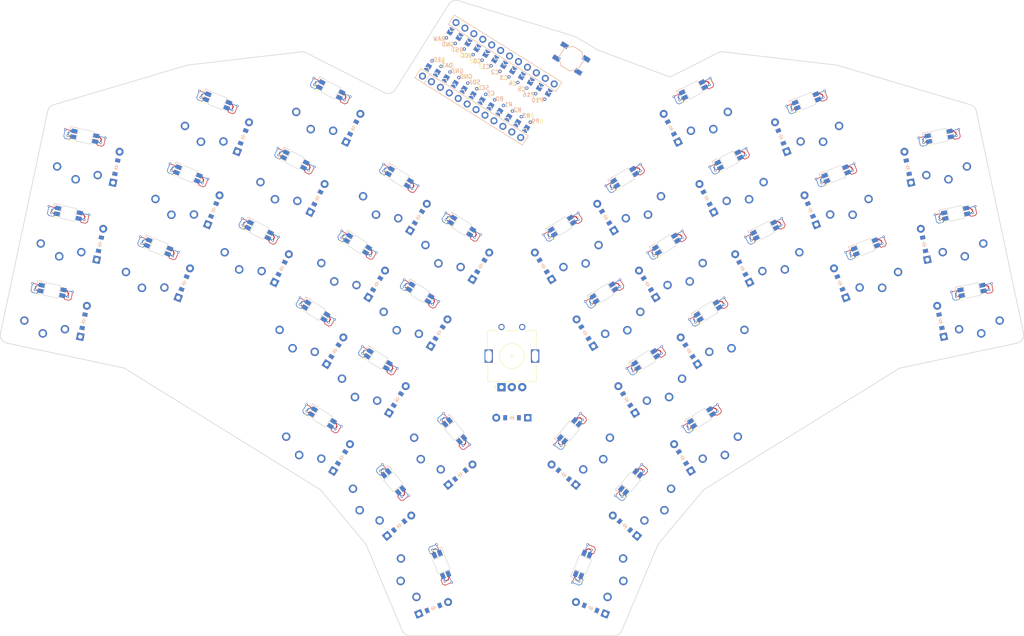
<source format=kicad_pcb>
(kicad_pcb (version 20211014) (generator pcbnew)
  (title_block (title "main") (rev "0.1") (company "klackygears"))
  (layers (0 "F.Cu" signal) (31 "B.Cu" signal) (34 "B.Paste" user) (35 "F.Paste" user) (36 "B.SilkS" user "B.Silkscreen") (37 "F.SilkS" user "F.Silkscreen") (38 "B.Mask" user) (39 "F.Mask" user) (44 "Edge.Cuts" user))
  (net 0 "")
  (net 1 "DAT")
  (net 2 "pinky_bottom")
  (net 3 "pinky_home")
  (net 4 "pinky_top")
  (net 5 "SDA")
  (net 6 "ring_bottom")
  (net 7 "ring_home")
  (net 8 "ring_top")
  (net 9 "SLC")
  (net 10 "middle_bottom")
  (net 11 "middle_home")
  (net 12 "middle_top")
  (net 13 "CS")
  (net 14 "index_bottom")
  (net 15 "index_home")
  (net 16 "index_top")
  (net 17 "R0")
  (net 18 "inner_bottom")
  (net 19 "inner_home")
  (net 20 "inner_top")
  (net 21 "near_thumb")
  (net 22 "home_thumb")
  (net 23 "far_thumb")
  (net 24 "P10")
  (net 25 "mirror_pinky_bottom")
  (net 26 "mirror_pinky_home")
  (net 27 "mirror_pinky_top")
  (net 28 "C0")
  (net 29 "mirror_ring_bottom")
  (net 30 "mirror_ring_home")
  (net 31 "mirror_ring_top")
  (net 32 "C1")
  (net 33 "mirror_middle_bottom")
  (net 34 "mirror_middle_home")
  (net 35 "mirror_middle_top")
  (net 36 "C2")
  (net 37 "mirror_index_bottom")
  (net 38 "mirror_index_home")
  (net 39 "mirror_index_top")
  (net 40 "C3")
  (net 41 "mirror_inner_bottom")
  (net 42 "mirror_inner_home")
  (net 43 "mirror_inner_top")
  (net 44 "C4")
  (net 45 "mirror_near_thumb")
  (net 46 "C5")
  (net 47 "mirror_home_thumb")
  (net 48 "P16")
  (net 49 "mirror_far_thumb")
  (net 50 "R1")
  (net 51 "R2")
  (net 52 "R3")
  (net 53 "P9")
  (net 54 "RAW")
  (net 55 "GND")
  (net 56 "RST")
  (net 57 "VCC")
  (net 58 "LED")
  (net 59 "SCL")
  (net 60 "MCU1_24")
  (net 61 "MCU1_1")
  (net 62 "MCU1_23")
  (net 63 "MCU1_2")
  (net 64 "MCU1_22")
  (net 65 "MCU1_3")
  (net 66 "MCU1_21")
  (net 67 "MCU1_4")
  (net 68 "MCU1_20")
  (net 69 "MCU1_5")
  (net 70 "MCU1_19")
  (net 71 "MCU1_6")
  (net 72 "MCU1_18")
  (net 73 "MCU1_7")
  (net 74 "MCU1_17")
  (net 75 "MCU1_8")
  (net 76 "MCU1_16")
  (net 77 "MCU1_9")
  (net 78 "MCU1_15")
  (net 79 "MCU1_10")
  (net 80 "MCU1_14")
  (net 81 "MCU1_11")
  (net 82 "MCU1_13")
  (net 83 "MCU1_12")
  (net 84 "LED_4")
  (net 85 "LED_3")
  (net 86 "LED_2")
  (net 87 "LED_5")
  (net 88 "LED_6")
  (net 89 "LED_7")
  (net 90 "LED_10")
  (net 91 "LED_9")
  (net 92 "LED_8")
  (net 93 "LED_11")
  (net 94 "LED_12")
  (net 95 "LED_13")
  (net 96 "LED_16")
  (net 97 "LED_15")
  (net 98 "LED_14")
  (net 99 "LED_17")
  (net 100 "LED_18")
  (net 101 "LED_20")
  (net 102 "LED_19")
  (net 103 "LED_37")
  (net 104 "LED_36")
  (net 105 "LED_38")
  (net 106 "LED_35")
  (net 107 "LED_34")
  (net 108 "LED_33")
  (net 109 "LED_31")
  (net 110 "LED_30")
  (net 111 "LED_32")
  (net 112 "LED_29")
  (net 113 "LED_28")
  (net 114 "LED_27")
  (net 115 "LED_25")
  (net 116 "LED_24")
  (net 117 "LED_26")
  (net 118 "LED_23")
  (net 119 "LED_22")
  (net 120 "LED_21")
  (footprint "E73:SW_TACT_ALPS_SKQGABE010" (layer "F.Cu") (at 200.967205 99.688683 -32)
    (fp_text reference "B1" hide)
    (fp_text value "" hide)
  )
  (footprint "PG1350" (layer "F.Cu") (at 132.152884 128.374214 153)
    (fp_text reference "S8" hide)
    (fp_text value "" hide)
  )
  (footprint "PG1350" (layer "F.Cu") (at 151.896504 176.331141 148)
    (fp_text reference "S13" hide)
    (fp_text value "" hide)
  )
  (footprint "ComboDiode" (layer "F.Cu") (at 233.600811 133.351135 117)
    (fp_text reference "D27" hide)
    (fp_text value "" hide)
  )
  (footprint "ComboDiode" (layer "F.Cu") (at 158.999018 181.948462 58)
    (fp_text reference "D13" hide)
    (fp_text value "" hide)
  )
  (footprint "PG1350" (layer "F.Cu") (at 294.659382 141.629291 -168)
    (fp_text reference "S21" hide)
    (fp_text value "" hide)
  )
  (footprint "PG1350" (layer "F.Cu") (at 290.70906 123.044487 -168)
    (fp_text reference "S22" hide)
    (fp_text value "" hide)
  )
  (footprint "ComboDiode" (layer "F.Cu") (at 159.435065 212.374752 40)
    (fp_text reference "D17" hide)
    (fp_text value "" hide)
  )
  (footprint "PG1350" (layer "F.Cu") (at 221.422259 176.331141 -148)
    (fp_text reference "S32" hide)
    (fp_text value "" hide)
  )
  (footprint "ComboDiode" (layer "F.Cu") (at 242.226631 150.280259 117)
    (fp_text reference "D26" hide)
    (fp_text value "" hide)
  )
  (footprint "PG1350" (layer "F.Cu") (at 249.791699 145.303338 -153)
    (fp_text reference "S26" hide)
    (fp_text value "" hide)
  )
  (footprint "ComboDiode" (layer "F.Cu") (at 194.182814 149.722635 122)
    (fp_text reference "D34" hide)
    (fp_text value "" hide)
  )
  (footprint "PG1350" (layer "F.Cu") (at 156.980361 132.340751 148)
    (fp_text reference "S12" hide)
    (fp_text value "" hide)
  )
  (footprint "ComboDiode" (layer "F.Cu") (at 282.113643 125.89384 102)
    (fp_text reference "D22" hide)
    (fp_text value "" hide)
  )
  (footprint "PG1350" (layer "F.Cu") (at 78.659382 141.629291 168)
    (fp_text reference "S2" hide)
    (fp_text value "" hide)
  )
  (footprint "rotary_encoder" (layer "F.Cu") (at 186.659382 171.331141 90)
    (fp_text reference "ROT1" hide)
    (fp_text value "")
  )
  (footprint "nice_nano" (layer "F.Cu") (at 179.873671 104.195656 58)
    (fp_text reference "MCU1" hide)
    (fp_text value "")
  )
  (footprint "PG1350" (layer "F.Cu") (at 169.172845 192.527867 130)
    (fp_text reference "S19" hide)
    (fp_text value "" hide)
  )
  (footprint "PG1350" (layer "F.Cu") (at 99.591913 149.526411 158)
    (fp_text reference "S4" hide)
    (fp_text value "" hide)
  )
  (footprint "ComboDiode" (layer "F.Cu") (at 131.092133 150.280259 63)
    (fp_text reference "D7" hide)
    (fp_text value "" hide)
  )
  (footprint "PG1350" (layer "F.Cu") (at 218.902743 204.837565 -130)
    (fp_text reference "S36" hide)
    (fp_text value "" hide)
  )
  (footprint "PG1350" (layer "F.Cu") (at 74.70906 160.214096 168)
    (fp_text reference "S1" hide)
    (fp_text value "" hide)
  )
  (footprint "PG1350" (layer "F.Cu") (at 298.609704 160.214096 -168)
    (fp_text reference "S20" hide)
    (fp_text value "" hide)
  )
  (footprint "PG1350" (layer "F.Cu") (at 259.4918 114.293424 -158)
    (fp_text reference "S25" hide)
    (fp_text value "" hide)
  )
  (footprint "ComboDiode" (layer "F.Cu") (at 227.780404 195.941699 122)
    (fp_text reference "D35" hide)
    (fp_text value "" hide)
  )
  (footprint "PG1350" (layer "F.Cu") (at 161.96497 160.218227 148)
    (fp_text reference "S14" hide)
    (fp_text value "" hide)
  )
  (footprint "PG1350" (layer "F.Cu") (at 216.338403 132.340751 -148)
    (fp_text reference "S31" hide)
    (fp_text value "" hide)
  )
  (footprint "ComboDiode" (layer "F.Cu") (at 251.521752 118.592068 112)
    (fp_text reference "D25" hide)
    (fp_text value "" hide)
  )
  (footprint "PG1350" (layer "F.Cu") (at 234.882918 190.324377 -148)
    (fp_text reference "S35" hide)
    (fp_text value "" hide)
  )
  (footprint "PG1350" (layer "F.Cu") (at 236.475335 164.566578 -148)
    (fp_text reference "S29" hide)
    (fp_text value "" hide)
  )
  (footprint "ComboDiode" (layer "F.Cu") (at 219.304355 154.070986 122)
    (fp_text reference "D30" hide)
    (fp_text value "" hide)
  )
  (footprint "ComboDiode" (layer "F.Cu") (at 148.343772 116.422011 63)
    (fp_text reference "D9" hide)
    (fp_text value "" hide)
  )
  (footprint "ComboDiode" (layer "F.Cu") (at 199.126875 200.065055 140)
    (fp_text reference "D38" hide)
    (fp_text value "" hide)
  )
  (footprint "ComboDiode" (layer "F.Cu") (at 229.372821 170.1839 122)
    (fp_text reference "D29" hide)
    (fp_text value "" hide)
  )
  (footprint "PG1350" (layer "F.Cu") (at 232.54006 111.44509 -153)
    (fp_text reference "S28" hide)
    (fp_text value "" hide)
  )
  (footprint "ComboDiode" (layer "F.Cu") (at 91.205121 125.89384 78)
    (fp_text reference "D3" hide)
    (fp_text value "" hide)
  )
  (footprint "ComboDiode" (layer "F.Cu") (at 186.659382 186.331141 180)
    (fp_text reference "D39" hide)
    (fp_text value "" hide)
  )
  (footprint "ComboDiode" (layer "F.Cu") (at 174.191889 200.065055 40)
    (fp_text reference "D19" hide)
    (fp_text value "" hide)
  )
  (footprint "PG1350" (layer "F.Cu") (at 113.826963 114.293424 158)
    (fp_text reference "S6" hide)
    (fp_text value "" hide)
  )
  (footprint "PG1350" (layer "F.Cu") (at 146.911895 148.453664 148)
    (fp_text reference "S11" hide)
    (fp_text value "" hide)
  )
  (footprint "PG1350" (layer "F.Cu") (at 211.353793 160.218227 -148)
    (fp_text reference "S33" hide)
    (fp_text value "" hide)
  )
  (footprint "PG1350" (layer "F.Cu") (at 154.416021 204.837565 130)
    (fp_text reference "S17" hide)
    (fp_text value "" hide)
  )
  (footprint "ComboDiode" (layer "F.Cu") (at 286.063965 144.478644 102)
    (fp_text reference "D21" hide)
    (fp_text value "" hide)
  )
  (footprint "ComboDiode" (layer "F.Cu") (at 87.254799 144.478644 78)
    (fp_text reference "D2" hide)
    (fp_text value "" hide)
  )
  (footprint "ComboDiode" (layer "F.Cu") (at 114.679486 136.208561 68)
    (fp_text reference "D5" hide)
    (fp_text value "" hide)
  )
  (footprint "ComboDiode" (layer "F.Cu") (at 139.717952 133.351135 63)
    (fp_text reference "D8" hide)
    (fp_text value "" hide)
  )
  (footprint "ComboDiode" (layer "F.Cu") (at 224.974992 116.422011 117)
    (fp_text reference "D28" hide)
    (fp_text value "" hide)
  )
  (footprint "PG1350" (layer "F.Cu") (at 82.609704 123.044487 168)
    (fp_text reference "S3" hide)
    (fp_text value "" hide)
  )
  (footprint "ComboDiode" (layer "F.Cu") (at 167.707615 232.217263 22)
    (fp_text reference "D18" hide)
    (fp_text value "" hide)
  )
  (footprint "PG1350" (layer "F.Cu") (at 208.055424 223.498002 -112)
    (fp_text reference "S37" hide)
    (fp_text value "" hide)
  )
  (footprint "ComboDiode" (layer "F.Cu") (at 258.639278 136.208561 112)
    (fp_text reference "D24" hide)
    (fp_text value "" hide)
  )
  (footprint "PG1350" (layer "F.Cu") (at 123.527065 145.303338 153)
    (fp_text reference "S7" hide)
    (fp_text value "" hide)
  )
  (footprint "ComboDiode" (layer "F.Cu") (at 169.067484 165.835548 58)
    (fp_text reference "D14" hide)
    (fp_text value "" hide)
  )
  (footprint "ComboDiode" (layer "F.Cu") (at 107.561961 153.825054 68)
    (fp_text reference "D4" hide)
    (fp_text value "" hide)
  )
  (footprint "ComboDiode" (layer "F.Cu") (at 121.797011 118.592068 68)
    (fp_text reference "D6" hide)
    (fp_text value "" hide)
  )
  (footprint "ComboDiode" (layer "F.Cu") (at 164.082875 137.958072 58)
    (fp_text reference "D12" hide)
    (fp_text value "" hide)
  )
  (footprint "ComboDiode" (layer "F.Cu") (at 154.014409 154.070986 58)
    (fp_text reference "D11" hide)
    (fp_text value "" hide)
  )
  (footprint "ComboDiode" (layer "F.Cu") (at 213.883699 212.374752 140)
    (fp_text reference "D36" hide)
    (fp_text value "" hide)
  )
  (footprint "ComboDiode" (layer "F.Cu") (at 143.945943 170.1839 58)
    (fp_text reference "D10" hide)
    (fp_text value "" hide)
  )
  (footprint "ComboDiode" (layer "F.Cu") (at 204.25128 165.835548 122)
    (fp_text reference "D33" hide)
    (fp_text value "" hide)
  )
  (footprint "ComboDiode" (layer "F.Cu") (at 179.13595 149.722635 58)
    (fp_text reference "D15" hide)
    (fp_text value "" hide)
  )
  (footprint "PG1350" (layer "F.Cu") (at 266.609326 131.909918 -158)
    (fp_text reference "S24" hide)
    (fp_text value "" hide)
  )
  (footprint "PG1350" (layer "F.Cu") (at 204.145919 192.527867 -130)
    (fp_text reference "S38" hide)
    (fp_text value "" hide)
  )
  (footprint "PG1350" (layer "F.Cu") (at 106.709438 131.909918 158)
    (fp_text reference "S5" hide)
    (fp_text value "" hide)
  )
  (footprint "PG1350" (layer "F.Cu") (at 140.778704 111.44509 153)
    (fp_text reference "S9" hide)
    (fp_text value "" hide)
  )
  (footprint "ComboDiode" (layer "F.Cu") (at 290.014287 163.063448 102)
    (fp_text reference "D20" hide)
    (fp_text value "" hide)
  )
  (footprint "ComboDiode" (layer "F.Cu") (at 209.235889 137.958072 122)
    (fp_text reference "D31" hide)
    (fp_text value "" hide)
  )
  (footprint "PG1350" (layer "F.Cu") (at 226.406869 148.453664 -148)
    (fp_text reference "S30" hide)
    (fp_text value "" hide)
  )
  (footprint "ComboDiode" (layer "F.Cu") (at 214.319746 181.948462 122)
    (fp_text reference "D32" hide)
    (fp_text value "" hide)
  )
  (footprint "E73:SW_TACT_ALPS_SKQGABE010" (layer "F.Cu") (at 200.967205 99.688683 -32)
    (fp_text reference "B2" hide)
    (fp_text value "" hide)
  )
  (footprint "PG1350" (layer "F.Cu") (at 165.26334 223.498002 112)
    (fp_text reference "S18" hide)
    (fp_text value "" hide)
  )
  (footprint "PG1350" (layer "F.Cu") (at 241.16588 128.374214 -153)
    (fp_text reference "S27" hide)
    (fp_text value "" hide)
  )
  (footprint "PG1350" (layer "F.Cu") (at 138.435846 190.324377 148)
    (fp_text reference "S16" hide)
    (fp_text value "" hide)
  )
  (footprint "ComboDiode" (layer "F.Cu") (at 83.304476 163.063448 78)
    (fp_text reference "D1" hide)
    (fp_text value "" hide)
  )
  (footprint "PG1350" (layer "F.Cu") (at 273.726851 149.526411 -158)
    (fp_text reference "S23" hide)
    (fp_text value "" hide)
  )
  (footprint "PG1350" (layer "F.Cu") (at 172.033436 144.105313 148)
    (fp_text reference "S15" hide)
    (fp_text value "" hide)
  )
  (footprint "ComboDiode" (layer "F.Cu") (at 265.756803 153.825054 112)
    (fp_text reference "D23" hide)
    (fp_text value "" hide)
  )
  (footprint "ComboDiode" (layer "F.Cu") (at 145.538359 195.941699 58)
    (fp_text reference "D16" hide)
    (fp_text value "" hide)
  )
  (footprint "PG1350" (layer "F.Cu") (at 136.843429 164.566578 148)
    (fp_text reference "S10" hide)
    (fp_text value "" hide)
  )
  (footprint "ComboDiode" (layer "F.Cu") (at 205.611149 232.217263 158)
    (fp_text reference "D37" hide)
    (fp_text value "" hide)
  )
  (footprint "PG1350" (layer "F.Cu") (at 201.285327 144.105313 -148)
    (fp_text reference "S34" hide)
    (fp_text value "" hide)
  )
  (footprint "ceoloide:YS-SK6812MINI-E (per-key, reversible)" (layer "B.Cu") (at 83.586889 118.447193 -12)
    (fp_text reference "LED3" hide)
    (fp_text value "")
    (fp_line (start -1.8 1.55) (end 1.8 1.55) (layer "Edge.Cuts") (width 0.12))
    (fp_line (start 1.8 -1.55) (end -1.8 -1.55) (layer "Edge.Cuts") (width 0.12))
    (fp_line (start -1.8 -1.55) (end -1.8 1.55) (layer "Edge.Cuts") (width 0.12))
    (fp_line (start 1.8 1.55) (end 1.8 -1.55) (layer "Edge.Cuts") (width 0.12))
  )
  (footprint "ceoloide:YS-SK6812MINI-E (per-key, reversible)" (layer "B.Cu") (at 233.984714 160.580752 32)
    (fp_text reference "LED29" hide)
    (fp_text value "")
    (fp_line (start -1.8 -1.55) (end -1.8 1.55) (layer "Edge.Cuts") (width 0.12))
    (fp_line (start 1.8 1.55) (end 1.8 -1.55) (layer "Edge.Cuts") (width 0.12))
    (fp_line (start -1.8 1.55) (end 1.8 1.55) (layer "Edge.Cuts") (width 0.12))
    (fp_line (start 1.8 -1.55) (end -1.8 -1.55) (layer "Edge.Cuts") (width 0.12))
  )
  (footprint "ceoloide:YS-SK6812MINI-E (per-key, reversible)" (layer "B.Cu") (at 239.032124 124.186484 27)
    (fp_text reference "LED27" hide)
    (fp_text value "")
    (fp_line (start 1.8 1.55) (end 1.8 -1.55) (layer "Edge.Cuts") (width 0.12))
    (fp_line (start -1.8 -1.55) (end -1.8 1.55) (layer "Edge.Cuts") (width 0.12))
    (fp_line (start -1.8 1.55) (end 1.8 1.55) (layer "Edge.Cuts") (width 0.12))
    (fp_line (start 1.8 -1.55) (end -1.8 -1.55) (layer "Edge.Cuts") (width 0.12))
  )
  (footprint "ceoloide:YS-SK6812MINI-E (per-key, reversible)" (layer "B.Cu") (at 215.302334 201.816463 50)
    (fp_text reference "LED36" hide)
    (fp_text value "")
    (fp_line (start 1.8 -1.55) (end -1.8 -1.55) (layer "Edge.Cuts") (width 0.12))
    (fp_line (start 1.8 1.55) (end 1.8 -1.55) (layer "Edge.Cuts") (width 0.12))
    (fp_line (start -1.8 -1.55) (end -1.8 1.55) (layer "Edge.Cuts") (width 0.12))
    (fp_line (start -1.8 1.55) (end 1.8 1.55) (layer "Edge.Cuts") (width 0.12))
  )
  (footprint "ceoloide:YS-SK6812MINI-E (per-key, reversible)" (layer "B.Cu") (at 198.794707 140.119487 32)
    (fp_text reference "LED34" hide)
    (fp_text value "")
    (fp_line (start 1.8 -1.55) (end -1.8 -1.55) (layer "Edge.Cuts") (width 0.12))
    (fp_line (start -1.8 -1.55) (end -1.8 1.55) (layer "Edge.Cuts") (width 0.12))
    (fp_line (start -1.8 1.55) (end 1.8 1.55) (layer "Edge.Cuts") (width 0.12))
    (fp_line (start 1.8 1.55) (end 1.8 -1.55) (layer "Edge.Cuts") (width 0.12))
  )
  (footprint "ceoloide:YS-SK6812MINI-E (per-key, reversible)" (layer "B.Cu") (at 271.9662 145.168647 22)
    (fp_text reference "LED23" hide)
    (fp_text value "")
    (fp_line (start -1.8 1.55) (end 1.8 1.55) (layer "Edge.Cuts") (width 0.12))
    (fp_line (start -1.8 -1.55) (end -1.8 1.55) (layer "Edge.Cuts") (width 0.12))
    (fp_line (start 1.8 1.55) (end 1.8 -1.55) (layer "Edge.Cuts") (width 0.12))
    (fp_line (start 1.8 -1.55) (end -1.8 -1.55) (layer "Edge.Cuts") (width 0.12))
  )
  (footprint "ceoloide:YS-SK6812MINI-E (per-key, reversible)" (layer "B.Cu") (at 149.402516 144.467838 -32)
    (fp_text reference "LED11" hide)
    (fp_text value "")
    (fp_line (start -1.8 -1.55) (end -1.8 1.55) (layer "Edge.Cuts") (width 0.12))
    (fp_line (start 1.8 1.55) (end 1.8 -1.55) (layer "Edge.Cuts") (width 0.12))
    (fp_line (start 1.8 -1.55) (end -1.8 -1.55) (layer "Edge.Cuts") (width 0.12))
    (fp_line (start -1.8 1.55) (end 1.8 1.55) (layer "Edge.Cuts") (width 0.12))
  )
  (footprint "ceoloide:YS-SK6812MINI-E (per-key, reversible)" (layer "B.Cu") (at 164.455591 156.232401 -32)
    (fp_text reference "LED14" hide)
    (fp_text value "")
    (fp_line (start -1.8 1.55) (end 1.8 1.55) (layer "Edge.Cuts") (width 0.12))
    (fp_line (start -1.8 -1.55) (end -1.8 1.55) (layer "Edge.Cuts") (width 0.12))
    (fp_line (start 1.8 1.55) (end 1.8 -1.55) (layer "Edge.Cuts") (width 0.12))
    (fp_line (start 1.8 -1.55) (end -1.8 -1.55) (layer "Edge.Cuts") (width 0.12))
  )
  (footprint "ceoloide:YS-SK6812MINI-E (per-key, reversible)" (layer "B.Cu") (at 134.286639 124.186484 -27)
    (fp_text reference "LED8" hide)
    (fp_text value "")
    (fp_line (start -1.8 1.55) (end 1.8 1.55) (layer "Edge.Cuts") (width 0.12))
    (fp_line (start 1.8 1.55) (end 1.8 -1.55) (layer "Edge.Cuts") (width 0.12))
    (fp_line (start 1.8 -1.55) (end -1.8 -1.55) (layer "Edge.Cuts") (width 0.12))
    (fp_line (start -1.8 -1.55) (end -1.8 1.55) (layer "Edge.Cuts") (width 0.12))
  )
  (footprint "ceoloide:YS-SK6812MINI-E (per-key, reversible)" (layer "B.Cu") (at 125.66082 141.115608 -27)
    (fp_text reference "LED7" hide)
    (fp_text value "")
    (fp_line (start -1.8 1.55) (end 1.8 1.55) (layer "Edge.Cuts") (width 0.12))
    (fp_line (start -1.8 -1.55) (end -1.8 1.55) (layer "Edge.Cuts") (width 0.12))
    (fp_line (start 1.8 1.55) (end 1.8 -1.55) (layer "Edge.Cuts") (width 0.12))
    (fp_line (start 1.8 -1.55) (end -1.8 -1.55) (layer "Edge.Cuts") (width 0.12))
  )
  (footprint "ceoloide:YS-SK6812MINI-E (per-key, reversible)" (layer "B.Cu") (at 142.912459 107.25736 -27)
    (fp_text reference "LED9" hide)
    (fp_text value "")
    (fp_line (start 1.8 -1.55) (end -1.8 -1.55) (layer "Edge.Cuts") (width 0.12))
    (fp_line (start -1.8 -1.55) (end -1.8 1.55) (layer "Edge.Cuts") (width 0.12))
    (fp_line (start 1.8 1.55) (end 1.8 -1.55) (layer "Edge.Cuts") (width 0.12))
    (fp_line (start -1.8 1.55) (end 1.8 1.55) (layer "Edge.Cuts") (width 0.12))
  )
  (footprint "ceoloide:YS-SK6812MINI-E (per-key, reversible)" (layer "B.Cu") (at 115.587614 109.93566 -22)
    (fp_text reference "LED6" hide)
    (fp_text value "")
    (fp_line (start -1.8 1.55) (end 1.8 1.55) (layer "Edge.Cuts") (width 0.12))
    (fp_line (start 1.8 -1.55) (end -1.8 -1.55) (layer "Edge.Cuts") (width 0.12))
    (fp_line (start 1.8 1.55) (end 1.8 -1.55) (layer "Edge.Cuts") (width 0.12))
    (fp_line (start -1.8 -1.55) (end -1.8 1.55) (layer "Edge.Cuts") (width 0.12))
  )
  (footprint "ceoloide:YS-SK6812MINI-E (per-key, reversible)" (layer "B.Cu") (at 154.387125 172.345315 -32)
    (fp_text reference "LED13" hide)
    (fp_text value "")
    (fp_line (start -1.8 1.55) (end 1.8 1.55) (layer "Edge.Cuts") (width 0.12))
    (fp_line (start -1.8 -1.55) (end -1.8 1.55) (layer "Edge.Cuts") (width 0.12))
    (fp_line (start 1.8 1.55) (end 1.8 -1.55) (layer "Edge.Cuts") (width 0.12))
    (fp_line (start 1.8 -1.55) (end -1.8 -1.55) (layer "Edge.Cuts") (width 0.12))
  )
  (footprint "ceoloide:YS-SK6812MINI-E (per-key, reversible)" (layer "B.Cu") (at 213.847782 128.354925 32)
    (fp_text reference "LED31" hide)
    (fp_text value "")
    (fp_line (start -1.8 1.55) (end 1.8 1.55) (layer "Edge.Cuts") (width 0.12))
    (fp_line (start 1.8 1.55) (end 1.8 -1.55) (layer "Edge.Cuts") (width 0.12))
    (fp_line (start -1.8 -1.55) (end -1.8 1.55) (layer "Edge.Cuts") (width 0.12))
    (fp_line (start 1.8 -1.55) (end -1.8 -1.55) (layer "Edge.Cuts") (width 0.12))
  )
  (footprint "ceoloide:YS-SK6812MINI-E (per-key, reversible)" (layer "B.Cu") (at 158.01643 201.816463 -50)
    (fp_text reference "LED17" hide)
    (fp_text value "")
    (fp_line (start 1.8 1.55) (end 1.8 -1.55) (layer "Edge.Cuts") (width 0.12))
    (fp_line (start -1.8 -1.55) (end -1.8 1.55) (layer "Edge.Cuts") (width 0.12))
    (fp_line (start 1.8 -1.55) (end -1.8 -1.55) (layer "Edge.Cuts") (width 0.12))
    (fp_line (start -1.8 1.55) (end 1.8 1.55) (layer "Edge.Cuts") (width 0.12))
  )
  (footprint "ceoloide:YS-SK6812MINI-E (per-key, reversible)" (layer "B.Cu") (at 264.848675 127.552154 22)
    (fp_text reference "LED24" hide)
    (fp_text value "")
    (fp_line (start 1.8 -1.55) (end -1.8 -1.55) (layer "Edge.Cuts") (width 0.12))
    (fp_line (start -1.8 1.55) (end 1.8 1.55) (layer "Edge.Cuts") (width 0.12))
    (fp_line (start 1.8 1.55) (end 1.8 -1.55) (layer "Edge.Cuts") (width 0.12))
    (fp_line (start -1.8 -1.55) (end -1.8 1.55) (layer "Edge.Cuts") (width 0.12))
  )
  (footprint "ceoloide:YS-SK6812MINI-E (per-key, reversible)" (layer "B.Cu") (at 230.406305 107.25736 27)
    (fp_text reference "LED28" hide)
    (fp_text value "")
    (fp_line (start -1.8 -1.55) (end -1.8 1.55) (layer "Edge.Cuts") (width 0.12))
    (fp_line (start 1.8 -1.55) (end -1.8 -1.55) (layer "Edge.Cuts") (width 0.12))
    (fp_line (start 1.8 1.55) (end 1.8 -1.55) (layer "Edge.Cuts") (width 0.12))
    (fp_line (start -1.8 1.55) (end 1.8 1.55) (layer "Edge.Cuts") (width 0.12))
  )
  (footprint "ceoloide:YS-SK6812MINI-E (per-key, reversible)" (layer "B.Cu") (at 208.863173 156.232401 32)
    (fp_text reference "LED33" hide)
    (fp_text value "")
    (fp_line (start -1.8 1.55) (end 1.8 1.55) (layer "Edge.Cuts") (width 0.12))
    (fp_line (start 1.8 -1.55) (end -1.8 -1.55) (layer "Edge.Cuts") (width 0.12))
    (fp_line (start 1.8 1.55) (end 1.8 -1.55) (layer "Edge.Cuts") (width 0.12))
    (fp_line (start -1.8 -1.55) (end -1.8 1.55) (layer "Edge.Cuts") (width 0.12))
  )
  (footprint "ceoloide:YS-SK6812MINI-E (per-key, reversible)" (layer "B.Cu") (at 108.470089 127.552154 -22)
    (fp_text reference "LED5" hide)
    (fp_text value "")
    (fp_line (start 1.8 1.55) (end 1.8 -1.55) (layer "Edge.Cuts") (width 0.12))
    (fp_line (start -1.8 1.55) (end 1.8 1.55) (layer "Edge.Cuts") (width 0.12))
    (fp_line (start -1.8 -1.55) (end -1.8 1.55) (layer "Edge.Cuts") (width 0.12))
    (fp_line (start 1.8 -1.55) (end -1.8 -1.55) (layer "Edge.Cuts") (width 0.12))
  )
  (footprint "ceoloide:YS-SK6812MINI-E (per-key, reversible)" (layer "B.Cu") (at 101.352564 145.168647 -22)
    (fp_text reference "LED4" hide)
    (fp_text value "")
    (fp_line (start 1.8 1.55) (end 1.8 -1.55) (layer "Edge.Cuts") (width 0.12))
    (fp_line (start -1.8 1.55) (end 1.8 1.55) (layer "Edge.Cuts") (width 0.12))
    (fp_line (start -1.8 -1.55) (end -1.8 1.55) (layer "Edge.Cuts") (width 0.12))
    (fp_line (start 1.8 -1.55) (end -1.8 -1.55) (layer "Edge.Cuts") (width 0.12))
  )
  (footprint "ceoloide:YS-SK6812MINI-E (per-key, reversible)" (layer "B.Cu") (at 75.686245 155.616802 -12)
    (fp_text reference "LED1" hide)
    (fp_text value "")
    (fp_line (start 1.8 1.55) (end 1.8 -1.55) (layer "Edge.Cuts") (width 0.12))
    (fp_line (start -1.8 -1.55) (end -1.8 1.55) (layer "Edge.Cuts") (width 0.12))
    (fp_line (start 1.8 -1.55) (end -1.8 -1.55) (layer "Edge.Cuts") (width 0.12))
    (fp_line (start -1.8 1.55) (end 1.8 1.55) (layer "Edge.Cuts") (width 0.12))
  )
  (footprint "ceoloide:YS-SK6812MINI-E (per-key, reversible)" (layer "B.Cu") (at 140.926466 186.338551 -32)
    (fp_text reference "LED16" hide)
    (fp_text value "")
    (fp_line (start -1.8 -1.55) (end -1.8 1.55) (layer "Edge.Cuts") (width 0.12))
    (fp_line (start 1.8 1.55) (end 1.8 -1.55) (layer "Edge.Cuts") (width 0.12))
    (fp_line (start -1.8 1.55) (end 1.8 1.55) (layer "Edge.Cuts") (width 0.12))
    (fp_line (start 1.8 -1.55) (end -1.8 -1.55) (layer "Edge.Cuts") (width 0.12))
  )
  (footprint "ceoloide:YS-SK6812MINI-E (per-key, reversible)" (layer "B.Cu") (at 174.524057 140.119487 -32)
    (fp_text reference "LED15" hide)
    (fp_text value "")
    (fp_line (start 1.8 -1.55) (end -1.8 -1.55) (layer "Edge.Cuts") (width 0.12))
    (fp_line (start -1.8 1.55) (end 1.8 1.55) (layer "Edge.Cuts") (width 0.12))
    (fp_line (start 1.8 1.55) (end 1.8 -1.55) (layer "Edge.Cuts") (width 0.12))
    (fp_line (start -1.8 -1.55) (end -1.8 1.55) (layer "Edge.Cuts") (width 0.12))
  )
  (footprint "ceoloide:YS-SK6812MINI-E (per-key, reversible)" (layer "B.Cu") (at 223.916248 144.467838 32)
    (fp_text reference "LED30" hide)
    (fp_text value "")
    (fp_line (start 1.8 -1.55) (end -1.8 -1.55) (layer "Edge.Cuts") (width 0.12))
    (fp_line (start -1.8 1.55) (end 1.8 1.55) (layer "Edge.Cuts") (width 0.12))
    (fp_line (start -1.8 -1.55) (end -1.8 1.55) (layer "Edge.Cuts") (width 0.12))
    (fp_line (start 1.8 1.55) (end 1.8 -1.55) (layer "Edge.Cuts") (width 0.12))
  )
  (footprint "ceoloide:YS-SK6812MINI-E (per-key, reversible)" (layer "B.Cu") (at 257.731149 109.93566 22)
    (fp_text reference "LED25" hide)
    (fp_text value "")
    (fp_line (start 1.8 -1.55) (end -1.8 -1.55) (layer "Edge.Cuts") (width 0.12))
    (fp_line (start -1.8 1.55) (end 1.8 1.55) (layer "Edge.Cuts") (width 0.12))
    (fp_line (start 1.8 1.55) (end 1.8 -1.55) (layer "Edge.Cuts") (width 0.12))
    (fp_line (start -1.8 -1.55) (end -1.8 1.55) (layer "Edge.Cuts") (width 0.12))
  )
  (footprint "ceoloide:YS-SK6812MINI-E (per-key, reversible)" (layer "B.Cu") (at 169.621104 221.737351 -68)
    (fp_text reference "LED18" hide)
    (fp_text value "")
    (fp_line (start 1.8 -1.55) (end -1.8 -1.55) (layer "Edge.Cuts") (width 0.12))
    (fp_line (start -1.8 -1.55) (end -1.8 1.55) (layer "Edge.Cuts") (width 0.12))
    (fp_line (start -1.8 1.55) (end 1.8 1.55) (layer "Edge.Cuts") (width 0.12))
    (fp_line (start 1.8 1.55) (end 1.8 -1.55) (layer "Edge.Cuts") (width 0.12))
  )
  (footprint "ceoloide:YS-SK6812MINI-E (per-key, reversible)" (layer "B.Cu") (at 232.392297 186.338551 32)
    (fp_text reference "LED35" hide)
    (fp_text value "")
    (fp_line (start 1.8 -1.55) (end -1.8 -1.55) (layer "Edge.Cuts") (width 0.12))
    (fp_line (start -1.8 1.55) (end 1.8 1.55) (layer "Edge.Cuts") (width 0.12))
    (fp_line (start 1.8 1.55) (end 1.8 -1.55) (layer "Edge.Cuts") (width 0.12))
    (fp_line (start -1.8 -1.55) (end -1.8 1.55) (layer "Edge.Cuts") (width 0.12))
  )
  (footprint "ceoloide:YS-SK6812MINI-E (per-key, reversible)" (layer "B.Cu") (at 79.636567 137.031997 -12)
    (fp_text reference "LED2" hide)
    (fp_text value "")
    (fp_line (start -1.8 1.55) (end 1.8 1.55) (layer "Edge.Cuts") (width 0.12))
    (fp_line (start 1.8 -1.55) (end -1.8 -1.55) (layer "Edge.Cuts") (width 0.12))
    (fp_line (start -1.8 -1.55) (end -1.8 1.55) (layer "Edge.Cuts") (width 0.12))
    (fp_line (start 1.8 1.55) (end 1.8 -1.55) (layer "Edge.Cuts") (width 0.12))
  )
  (footprint "ceoloide:YS-SK6812MINI-E (per-key, reversible)" (layer "B.Cu") (at 172.773254 189.506765 -50)
    (fp_text reference "LED19" hide)
    (fp_text value "")
    (fp_line (start 1.8 -1.55) (end -1.8 -1.55) (layer "Edge.Cuts") (width 0.12))
    (fp_line (start -1.8 1.55) (end 1.8 1.55) (layer "Edge.Cuts") (width 0.12))
    (fp_line (start 1.8 1.55) (end 1.8 -1.55) (layer "Edge.Cuts") (width 0.12))
    (fp_line (start -1.8 -1.55) (end -1.8 1.55) (layer "Edge.Cuts") (width 0.12))
  )
  (footprint "ceoloide:YS-SK6812MINI-E (per-key, reversible)" (layer "B.Cu") (at 203.69766 221.737351 68)
    (fp_text reference "LED37" hide)
    (fp_text value "")
    (fp_line (start 1.8 1.55) (end 1.8 -1.55) (layer "Edge.Cuts") (width 0.12))
    (fp_line (start 1.8 -1.55) (end -1.8 -1.55) (layer "Edge.Cuts") (width 0.12))
    (fp_line (start -1.8 1.55) (end 1.8 1.55) (layer "Edge.Cuts") (width 0.12))
    (fp_line (start -1.8 -1.55) (end -1.8 1.55) (layer "Edge.Cuts") (width 0.12))
  )
  (footprint "ceoloide:YS-SK6812MINI-E (per-key, reversible)" (layer "B.Cu") (at 293.682197 137.031997 12)
    (fp_text reference "LED21" hide)
    (fp_text value "")
    (fp_line (start -1.8 1.55) (end 1.8 1.55) (layer "Edge.Cuts") (width 0.12))
    (fp_line (start 1.8 1.55) (end 1.8 -1.55) (layer "Edge.Cuts") (width 0.12))
    (fp_line (start 1.8 -1.55) (end -1.8 -1.55) (layer "Edge.Cuts") (width 0.12))
    (fp_line (start -1.8 -1.55) (end -1.8 1.55) (layer "Edge.Cuts") (width 0.12))
  )
  (footprint "ceoloide:YS-SK6812MINI-E (per-key, reversible)" (layer "B.Cu") (at 289.731875 118.447193 12)
    (fp_text reference "LED22" hide)
    (fp_text value "")
    (fp_line (start -1.8 1.55) (end 1.8 1.55) (layer "Edge.Cuts") (width 0.12))
    (fp_line (start -1.8 -1.55) (end -1.8 1.55) (layer "Edge.Cuts") (width 0.12))
    (fp_line (start 1.8 -1.55) (end -1.8 -1.55) (layer "Edge.Cuts") (width 0.12))
    (fp_line (start 1.8 1.55) (end 1.8 -1.55) (layer "Edge.Cuts") (width 0.12))
  )
  (footprint "ceoloide:YS-SK6812MINI-E (per-key, reversible)" (layer "B.Cu") (at 297.632519 155.616802 12)
    (fp_text reference "LED20" hide)
    (fp_text value "")
    (fp_line (start -1.8 -1.55) (end -1.8 1.55) (layer "Edge.Cuts") (width 0.12))
    (fp_line (start -1.8 1.55) (end 1.8 1.55) (layer "Edge.Cuts") (width 0.12))
    (fp_line (start 1.8 -1.55) (end -1.8 -1.55) (layer "Edge.Cuts") (width 0.12))
    (fp_line (start 1.8 1.55) (end 1.8 -1.55) (layer "Edge.Cuts") (width 0.12))
  )
  (footprint "ceoloide:YS-SK6812MINI-E (per-key, reversible)" (layer "B.Cu") (at 139.33405 160.580752 -32)
    (fp_text reference "LED10" hide)
    (fp_text value "")
    (fp_line (start -1.8 -1.55) (end -1.8 1.55) (layer "Edge.Cuts") (width 0.12))
    (fp_line (start 1.8 1.55) (end 1.8 -1.55) (layer "Edge.Cuts") (width 0.12))
    (fp_line (start 1.8 -1.55) (end -1.8 -1.55) (layer "Edge.Cuts") (width 0.12))
    (fp_line (start -1.8 1.55) (end 1.8 1.55) (layer "Edge.Cuts") (width 0.12))
  )
  (footprint "ceoloide:YS-SK6812MINI-E (per-key, reversible)" (layer "B.Cu") (at 218.931639 172.345315 32)
    (fp_text reference "LED32" hide)
    (fp_text value "")
    (fp_line (start 1.8 1.55) (end 1.8 -1.55) (layer "Edge.Cuts") (width 0.12))
    (fp_line (start -1.8 -1.55) (end -1.8 1.55) (layer "Edge.Cuts") (width 0.12))
    (fp_line (start 1.8 -1.55) (end -1.8 -1.55) (layer "Edge.Cuts") (width 0.12))
    (fp_line (start -1.8 1.55) (end 1.8 1.55) (layer "Edge.Cuts") (width 0.12))
  )
  (footprint "ceoloide:YS-SK6812MINI-E (per-key, reversible)" (layer "B.Cu") (at 200.54551 189.506765 50)
    (fp_text reference "LED38" hide)
    (fp_text value "")
    (fp_line (start 1.8 -1.55) (end -1.8 -1.55) (layer "Edge.Cuts") (width 0.12))
    (fp_line (start 1.8 1.55) (end 1.8 -1.55) (layer "Edge.Cuts") (width 0.12))
    (fp_line (start -1.8 -1.55) (end -1.8 1.55) (layer "Edge.Cuts") (width 0.12))
    (fp_line (start -1.8 1.55) (end 1.8 1.55) (layer "Edge.Cuts") (width 0.12))
  )
  (footprint "ceoloide:YS-SK6812MINI-E (per-key, reversible)" (layer "B.Cu") (at 159.470982 128.354925 -32)
    (fp_text reference "LED12" hide)
    (fp_text value "")
    (fp_line (start 1.8 1.55) (end 1.8 -1.55) (layer "Edge.Cuts") (width 0.12))
    (fp_line (start 1.8 -1.55) (end -1.8 -1.55) (layer "Edge.Cuts") (width 0.12))
    (fp_line (start -1.8 1.55) (end 1.8 1.55) (layer "Edge.Cuts") (width 0.12))
    (fp_line (start -1.8 -1.55) (end -1.8 1.55) (layer "Edge.Cuts") (width 0.12))
  )
  (footprint "ceoloide:YS-SK6812MINI-E (per-key, reversible)" (layer "B.Cu") (at 247.657944 141.115608 27)
    (fp_text reference "LED26" hide)
    (fp_text value "")
    (fp_line (start 1.8 1.55) (end 1.8 -1.55) (layer "Edge.Cuts") (width 0.12))
    (fp_line (start -1.8 -1.55) (end -1.8 1.55) (layer "Edge.Cuts") (width 0.12))
    (fp_line (start 1.8 -1.55) (end -1.8 -1.55) (layer "Edge.Cuts") (width 0.12))
    (fp_line (start -1.8 1.55) (end 1.8 1.55) (layer "Edge.Cuts") (width 0.12))
  )
  (gr_line (start 155.877997 107.915303) (end 136.94753 98.269747) (layer "Edge.Cuts") (width 0.15))
  (gr_arc (start 201.690765 94.318003) (mid 201.91486 94.401778) (end 202.127349 94.511712) (layer "Edge.Cuts") (width 0.15))
  (gr_arc (start 236.371235 98.269747) (mid 236.926023 98.083194) (end 237.511061 98.065244) (layer "Edge.Cuts") (width 0.15))
  (gr_line (start 207.14771 97.50259) (end 202.127349 94.511712) (layer "Edge.Cuts") (width 0.15))
  (gr_arc (start 221.817989 217.059036) (mid 221.954431 216.79276) (end 222.129069 216.549817) (layer "Edge.Cuts") (width 0.15))
  (gr_arc (start 162.039305 238.926585) (mid 160.933121 238.592825) (end 160.196136 237.702941) (layer "Edge.Cuts") (width 0.15))
  (gr_line (start 171.424726 86.574085) (end 158.479913 107.196579) (layer "Edge.Cuts") (width 0.15))
  (gr_arc (start 310.054473 165.960159) (mid 309.775519 167.46526) (end 308.514002 168.332278) (layer "Edge.Cuts") (width 0.15))
  (gr_line (start 162.039305 238.926585) (end 211.279458 238.926585) (layer "Edge.Cuts") (width 0.15))
  (gr_arc (start 158.479913 107.196579) (mid 157.318493 108.061094) (end 155.877997 107.915303) (layer "Edge.Cuts") (width 0.15))
  (gr_arc (start 140.12038 203.512963) (mid 140.375349 203.700787) (end 140.597475 203.926501) (layer "Edge.Cuts") (width 0.15))
  (gr_line (start 108.135643 101.32464) (end 76.04747 110.845604) (layer "Edge.Cuts") (width 0.15))
  (gr_arc (start 92.828972 174.289008) (mid 93.159715 174.389868) (end 93.468143 174.546189) (layer "Edge.Cuts") (width 0.15))
  (gr_arc (start 279.850621 174.546189) (mid 280.159049 174.389868) (end 280.489792 174.289008) (layer "Edge.Cuts") (width 0.15))
  (gr_line (start 64.804762 168.332278) (end 92.828972 174.289008) (layer "Edge.Cuts") (width 0.15))
  (gr_line (start 135.807703 98.065244) (end 108.472708 101.255502) (layer "Edge.Cuts") (width 0.15))
  (gr_arc (start 108.135643 101.32464) (mid 108.302686 101.282809) (end 108.472708 101.255502) (layer "Edge.Cuts") (width 0.15))
  (gr_line (start 151.500775 217.059037) (end 160.196136 237.702941) (layer "Edge.Cuts") (width 0.15))
  (gr_line (start 213.122627 237.702941) (end 221.817989 217.059037) (layer "Edge.Cuts") (width 0.15))
  (gr_line (start 140.597475 203.926501) (end 151.189695 216.549817) (layer "Edge.Cuts") (width 0.15))
  (gr_line (start 201.690765 94.318003) (end 173.705694 85.725466) (layer "Edge.Cuts") (width 0.15))
  (gr_arc (start 151.189695 216.549818) (mid 151.364333 216.792761) (end 151.500775 217.059037) (layer "Edge.Cuts") (width 0.15))
  (gr_line (start 74.660085 112.34716) (end 63.26429 165.960159) (layer "Edge.Cuts") (width 0.15))
  (gr_line (start 236.371234 98.269747) (end 225.578541 103.768899) (layer "Edge.Cuts") (width 0.15))
  (gr_line (start 93.468143 174.546189) (end 140.12038 203.512963) (layer "Edge.Cuts") (width 0.15))
  (gr_arc (start 64.804761 168.332278) (mid 63.543244 167.46526) (end 63.26429 165.960159) (layer "Edge.Cuts") (width 0.15))
  (gr_line (start 233.198383 203.512963) (end 279.850621 174.546189) (layer "Edge.Cuts") (width 0.15))
  (gr_line (start 222.129069 216.549817) (end 232.721289 203.926501) (layer "Edge.Cuts") (width 0.15))
  (gr_line (start 264.846055 101.255502) (end 237.511061 98.065244) (layer "Edge.Cuts") (width 0.15))
  (gr_arc (start 225.578541 103.768899) (mid 224.782158 103.98377) (end 223.966793 103.858974) (layer "Edge.Cuts") (width 0.15))
  (gr_arc (start 264.846055 101.255502) (mid 265.016077 101.282809) (end 265.18312 101.32464) (layer "Edge.Cuts") (width 0.15))
  (gr_line (start 310.054473 165.960159) (end 298.658678 112.34716) (layer "Edge.Cuts") (width 0.15))
  (gr_line (start 297.271294 110.845604) (end 265.18312 101.32464) (layer "Edge.Cuts") (width 0.15))
  (gr_arc (start 232.721288 203.926501) (mid 232.943414 203.700787) (end 233.198383 203.512963) (layer "Edge.Cuts") (width 0.15))
  (gr_arc (start 135.807703 98.065244) (mid 136.392742 98.083194) (end 136.94753 98.269747) (layer "Edge.Cuts") (width 0.15))
  (gr_arc (start 213.122627 237.702941) (mid 212.385643 238.592825) (end 211.279458 238.926585) (layer "Edge.Cuts") (width 0.15))
  (gr_arc (start 74.660085 112.347159) (mid 75.147424 111.405718) (end 76.04747 110.845604) (layer "Edge.Cuts") (width 0.15))
  (gr_arc (start 207.46756 97.656478) (mid 207.304214 97.586643) (end 207.14771 97.50259) (layer "Edge.Cuts") (width 0.15))
  (gr_line (start 223.966793 103.858974) (end 207.46756 97.656478) (layer "Edge.Cuts") (width 0.15))
  (gr_line (start 280.489792 174.289008) (end 308.514002 168.332278) (layer "Edge.Cuts") (width 0.15))
  (gr_arc (start 171.424726 86.574084) (mid 172.421276 85.762899) (end 173.705694 85.725466) (layer "Edge.Cuts") (width 0.15))
  (gr_arc (start 297.271294 110.845605) (mid 298.171339 111.405719) (end 298.658678 112.34716) (layer "Edge.Cuts") (width 0.15))
  (segment (start 294.471 118.958) (end 294.794 118.455) (width 0.15) (layer "F.Cu") (net 0))
  (segment (start 292.518 118.571) (end 293.446 119.176) (width 0.15) (layer "F.Cu") (net 0))
  (segment (start 294.794 118.455) (end 294.428 116.733) (width 0.15) (layer "F.Cu") (net 0))
  (segment (start 293.446 119.176) (end 294.471 118.958) (width 0.15) (layer "F.Cu") (net 0))
  (via (at 294.428 116.733) (size 0.56) (drill 0.3) (layers "F.Cu" "B.Cu") (net 0))
  (segment (start 294.428 116.733) (end 292.227 117.201) (width 0.15) (layer "B.Cu") (net 0))
  (segment (start 72.9 155.74) (end 71.569 155.457) (width 0.25) (layer "F.Cu") (net 55))
  (segment (start 105.704 127.19) (end 104.443 126.68) (width 0.25) (layer "F.Cu") (net 55))
  (segment (start 287.236 119.693) (end 285.906 119.976) (width 0.25) (layer "F.Cu") (net 55))
  (segment (start 171.863 139.282) (end 170.71 138.562) (width 0.25) (layer "F.Cu") (net 55))
  (segment (start 146.742 143.631) (end 145.588 142.91) (width 0.25) (layer "F.Cu") (net 55))
  (segment (start 131.563 123.584) (end 130.351 122.967) (width 0.25) (layer "F.Cu") (net 55))
  (segment (start 151.726 171.508) (end 150.573 170.787) (width 0.25) (layer "F.Cu") (net 55))
  (segment (start 156.81 127.518) (end 155.657 126.797) (width 0.25) (layer "F.Cu") (net 55))
  (segment (start 291.187 138.278) (end 289.856 138.561) (width 0.25) (layer "F.Cu") (net 55))
  (segment (start 221.997 146.492) (end 220.844 147.213) (width 0.25) (layer "F.Cu") (net 55))
  (segment (start 245.57 142.965) (end 244.358 143.583) (width 0.25) (layer "F.Cu") (net 55))
  (segment (start 228.318 109.107) (end 227.107 109.724) (width 0.25) (layer "F.Cu") (net 55))
  (segment (start 161.795 155.395) (end 160.642 154.675) (width 0.25) (layer "F.Cu") (net 55))
  (segment (start 138.266 185.501) (end 137.112 184.781) (width 0.25) (layer "F.Cu") (net 55))
  (segment (start 140.189 106.655) (end 138.977 106.038) (width 0.25) (layer "F.Cu") (net 55))
  (segment (start 122.937 140.514) (end 121.726 139.896) (width 0.25) (layer "F.Cu") (net 55))
  (segment (start 199.346 192.025) (end 198.472 193.067) (width 0.25) (layer "F.Cu") (net 55))
  (segment (start 80.8 118.571) (end 79.47 118.288) (width 0.25) (layer "F.Cu") (net 55))
  (segment (start 262.608 129.213) (end 261.347 129.722) (width 0.25) (layer "F.Cu") (net 55))
  (segment (start 269.725 146.829) (end 268.464 147.339) (width 0.25) (layer "F.Cu") (net 55))
  (segment (start 214.103 204.335) (end 213.229 205.377) (width 0.25) (layer "F.Cu") (net 55))
  (segment (start 255.49 111.596) (end 254.229 112.106) (width 0.25) (layer "F.Cu") (net 55))
  (segment (start 211.929 130.379) (end 210.776 131.1) (width 0.25) (layer "F.Cu") (net 55))
  (segment (start 232.066 162.605) (end 230.913 163.326) (width 0.25) (layer "F.Cu") (net 55))
  (segment (start 206.944 158.257) (end 205.791 158.978) (width 0.25) (layer "F.Cu") (net 55))
  (segment (start 155.745 200.198) (end 154.87 199.156) (width 0.25) (layer "F.Cu") (net 55))
  (segment (start 98.587 144.806) (end 97.326 144.297) (width 0.25) (layer "F.Cu") (net 55))
  (segment (start 167.961 219.496) (end 167.451 218.235) (width 0.25) (layer "F.Cu") (net 55))
  (segment (start 136.673 159.744) (end 135.52 159.023) (width 0.25) (layer "F.Cu") (net 55))
  (segment (start 236.944 126.036) (end 235.732 126.653) (width 0.25) (layer "F.Cu") (net 55))
  (segment (start 295.137 156.863) (end 293.807 157.146) (width 0.25) (layer "F.Cu") (net 55))
  (segment (start 112.822 109.573) (end 111.561 109.064) (width 0.25) (layer "F.Cu") (net 55))
  (segment (start 196.876 142.144) (end 195.723 142.865) (width 0.25) (layer "F.Cu") (net 55))
  (segment (start 170.501 187.888) (end 169.627 186.847) (width 0.25) (layer "F.Cu") (net 55))
  (segment (start 230.474 188.363) (end 229.32 189.084) (width 0.25) (layer "F.Cu") (net 55))
  (segment (start 203.335 224.503) (end 202.826 225.764) (width 0.25) (layer "F.Cu") (net 55))
  (segment (start 217.013 174.37) (end 215.86 175.09) (width 0.25) (layer "F.Cu") (net 55))
  (segment (start 76.85 137.155) (end 75.52 136.873) (width 0.25) (layer "F.Cu") (net 55))
  (via (at 293.807 157.146) (size 0.56) (drill 0.3) (layers "F.Cu" "B.Cu") (net 55))
  (via (at 215.86 175.09) (size 0.56) (drill 0.3) (layers "F.Cu" "B.Cu") (net 55))
  (via (at 227.107 109.724) (size 0.56) (drill 0.3) (layers "F.Cu" "B.Cu") (net 55))
  (via (at 289.856 138.561) (size 0.56) (drill 0.3) (layers "F.Cu" "B.Cu") (net 55))
  (via (at 210.776 131.1) (size 0.56) (drill 0.3) (layers "F.Cu" "B.Cu") (net 55))
  (via (at 167.451 218.235) (size 0.56) (drill 0.3) (layers "F.Cu" "B.Cu") (net 55))
  (via (at 244.358 143.583) (size 0.56) (drill 0.3) (layers "F.Cu" "B.Cu") (net 55))
  (via (at 138.977 106.038) (size 0.56) (drill 0.3) (layers "F.Cu" "B.Cu") (net 55))
  (via (at 150.573 170.787) (size 0.56) (drill 0.3) (layers "F.Cu" "B.Cu") (net 55))
  (via (at 71.569 155.457) (size 0.56) (drill 0.3) (layers "F.Cu" "B.Cu") (net 55))
  (via (at 130.351 122.967) (size 0.56) (drill 0.3) (layers "F.Cu" "B.Cu") (net 55))
  (via (at 202.826 225.764) (size 0.56) (drill 0.3) (layers "F.Cu" "B.Cu") (net 55))
  (via (at 79.47 118.288) (size 0.56) (drill 0.3) (layers "F.Cu" "B.Cu") (net 55))
  (via (at 220.844 147.213) (size 0.56) (drill 0.3) (layers "F.Cu" "B.Cu") (net 55))
  (via (at 170.71 138.562) (size 0.56) (drill 0.3) (layers "F.Cu" "B.Cu") (net 55))
  (via (at 135.52 159.023) (size 0.56) (drill 0.3) (layers "F.Cu" "B.Cu") (net 55))
  (via (at 205.791 158.978) (size 0.56) (drill 0.3) (layers "F.Cu" "B.Cu") (net 55))
  (via (at 97.326 144.297) (size 0.56) (drill 0.3) (layers "F.Cu" "B.Cu") (net 55))
  (via (at 195.723 142.865) (size 0.56) (drill 0.3) (layers "F.Cu" "B.Cu") (net 55))
  (via (at 285.906 119.976) (size 0.56) (drill 0.3) (layers "F.Cu" "B.Cu") (net 55))
  (via (at 155.657 126.797) (size 0.56) (drill 0.3) (layers "F.Cu" "B.Cu") (net 55))
  (via (at 229.32 189.084) (size 0.56) (drill 0.3) (layers "F.Cu" "B.Cu") (net 55))
  (via (at 154.87 199.156) (size 0.56) (drill 0.3) (layers "F.Cu" "B.Cu") (net 55))
  (via (at 268.464 147.339) (size 0.56) (drill 0.3) (layers "F.Cu" "B.Cu") (net 55))
  (via (at 235.732 126.653) (size 0.56) (drill 0.3) (layers "F.Cu" "B.Cu") (net 55))
  (via (at 145.588 142.91) (size 0.56) (drill 0.3) (layers "F.Cu" "B.Cu") (net 55))
  (via (at 111.561 109.064) (size 0.56) (drill 0.3) (layers "F.Cu" "B.Cu") (net 55))
  (via (at 261.347 129.722) (size 0.56) (drill 0.3) (layers "F.Cu" "B.Cu") (net 55))
  (via (at 198.472 193.067) (size 0.56) (drill 0.3) (layers "F.Cu" "B.Cu") (net 55))
  (via (at 75.52 136.873) (size 0.56) (drill 0.3) (layers "F.Cu" "B.Cu") (net 55))
  (via (at 169.627 186.847) (size 0.56) (drill 0.3) (layers "F.Cu" "B.Cu") (net 55))
  (via (at 104.443 126.68) (size 0.56) (drill 0.3) (layers "F.Cu" "B.Cu") (net 55))
  (via (at 160.642 154.675) (size 0.56) (drill 0.3) (layers "F.Cu" "B.Cu") (net 55))
  (via (at 230.913 163.326) (size 0.56) (drill 0.3) (layers "F.Cu" "B.Cu") (net 55))
  (via (at 254.229 112.106) (size 0.56) (drill 0.3) (layers "F.Cu" "B.Cu") (net 55))
  (via (at 137.112 184.781) (size 0.56) (drill 0.3) (layers "F.Cu" "B.Cu") (net 55))
  (via (at 121.726 139.896) (size 0.56) (drill 0.3) (layers "F.Cu" "B.Cu") (net 55))
  (via (at 213.229 205.377) (size 0.56) (drill 0.3) (layers "F.Cu" "B.Cu") (net 55))
  (segment (start 202.037 223.979) (end 201.775 224.628) (width 0.25) (layer "B.Cu") (net 55))
  (segment (start 211.187 129.192) (end 210.593 129.563) (width 0.25) (layer "B.Cu") (net 55))
  (segment (start 212.581 203.971) (end 212.611 204.859) (width 0.25) (layer "B.Cu") (net 55))
  (segment (start 261.045 128.975) (end 261.347 129.722) (width 0.25) (layer "B.Cu") (net 55))
  (segment (start 138.414 183.943) (end 137.54 184.097) (width 0.25) (layer "B.Cu") (net 55))
  (segment (start 97.628 143.55) (end 97.326 144.297) (width 0.25) (layer "B.Cu") (net 55))
  (segment (start 290.896 136.909) (end 290.211 137.054) (width 0.25) (layer "B.Cu") (net 55))
  (segment (start 168.996 218.323) (end 168.198 217.933) (width 0.25) (layer "B.Cu") (net 55))
  (segment (start 216.271 173.182) (end 215.677 173.553) (width 0.25) (layer "B.Cu") (net 55))
  (segment (start 171.137 137.878) (end 170.71 138.562) (width 0.25) (layer "B.Cu") (net 55))
  (segment (start 210.593 129.563) (end 210.349 130.417) (width 0.25) (layer "B.Cu") (net 55))
  (segment (start 220.662 145.676) (end 220.417 146.529) (width 0.25) (layer "B.Cu") (net 55))
  (segment (start 213.031 203.435) (end 212.581 203.971) (width 0.25) (layer "B.Cu") (net 55))
  (segment (start 172.012 137.724) (end 171.137 137.878) (width 0.25) (layer "B.Cu") (net 55))
  (segment (start 132.199 122.337) (end 131.575 122.019) (width 0.25) (layer "B.Cu") (net 55))
  (segment (start 205.364 158.294) (end 205.791 158.978) (width 0.25) (layer "B.Cu") (net 55))
  (segment (start 196.134 140.957) (end 195.54 141.328) (width 0.25) (layer "B.Cu") (net 55))
  (segment (start 290.211 137.054) (end 289.689 137.773) (width 0.25) (layer "B.Cu") (net 55))
  (segment (start 215.432 174.407) (end 215.86 175.09) (width 0.25) (layer "B.Cu") (net 55))
  (segment (start 171.574 186.988) (end 171.124 186.452) (width 0.25) (layer "B.Cu") (net 55))
  (segment (start 195.54 141.328) (end 195.296 142.181) (width 0.25) (layer "B.Cu") (net 55))
  (segment (start 201.775 224.628) (end 202.079 225.462) (width 0.25) (layer "B.Cu") (net 55))
  (segment (start 198.274 191.125) (end 197.824 191.661) (width 0.25) (layer "B.Cu") (net 55))
  (segment (start 269.201 145.531) (end 268.552 145.793) (width 0.25) (layer "B.Cu") (net 55))
  (segment (start 131.575 122.019) (end 130.717 122.249) (width 0.25) (layer "B.Cu") (net 55))
  (segment (start 161.943 153.837) (end 161.069 153.991) (width 0.25) (layer "B.Cu") (net 55))
  (segment (start 137.54 184.097) (end 137.112 184.781) (width 0.25) (layer "B.Cu") (net 55))
  (segment (start 72.506 154.225) (end 71.737 154.669) (width 0.25) (layer "B.Cu") (net 55))
  (segment (start 244.934 141.718) (end 244.311 142.035) (width 0.25) (layer "B.Cu") (net 55))
  (segment (start 294.161 155.639) (end 293.639 156.357) (width 0.25) (layer "B.Cu") (net 55))
  (segment (start 151.875 169.95) (end 151 170.104) (width 0.25) (layer "B.Cu") (net 55))
  (segment (start 81.091 117.201) (end 80.407 117.056) (width 0.25) (layer "B.Cu") (net 55))
  (segment (start 235.367 125.935) (end 235.732 126.653) (width 0.25) (layer "B.Cu") (net 55))
  (segment (start 202.079 225.462) (end 202.826 225.764) (width 0.25) (layer "B.Cu") (net 55))
  (segment (start 268.552 145.793) (end 268.162 146.591) (width 0.25) (layer "B.Cu") (net 55))
  (segment (start 253.927 111.358) (end 254.229 112.106) (width 0.25) (layer "B.Cu") (net 55))
  (segment (start 140.201 105.09) (end 139.343 105.32) (width 0.25) (layer "B.Cu") (net 55))
  (segment (start 99.111 143.508) (end 98.462 143.246) (width 0.25) (layer "B.Cu") (net 55))
  (segment (start 156.817 199.298) (end 156.367 198.762) (width 0.25) (layer "B.Cu") (net 55))
  (segment (start 206.202 157.07) (end 205.609 157.44) (width 0.25) (layer "B.Cu") (net 55))
  (segment (start 152.468 170.321) (end 151.875 169.95) (width 0.25) (layer "B.Cu") (net 55))
  (segment (start 98.462 143.246) (end 97.628 143.55) (width 0.25) (layer "B.Cu") (net 55))
  (segment (start 76.456 135.64) (end 75.687 136.084) (width 0.25) (layer "B.Cu") (net 55))
  (segment (start 106.229 125.892) (end 105.58 125.629) (width 0.25) (layer "B.Cu") (net 55))
  (segment (start 168.198 217.933) (end 167.451 218.235) (width 0.25) (layer "B.Cu") (net 55))
  (segment (start 139.008 184.314) (end 138.414 183.943) (width 0.25) (layer "B.Cu") (net 55))
  (segment (start 227.059 108.177) (end 226.741 109.006) (width 0.25) (layer "B.Cu") (net 55))
  (segment (start 268.162 146.591) (end 268.464 147.339) (width 0.25) (layer "B.Cu") (net 55))
  (segment (start 170.245 186.329) (end 169.627 186.847) (width 0.25) (layer "B.Cu") (net 55))
  (segment (start 112.697 108.013) (end 111.863 108.317) (width 0.25) (layer "B.Cu") (net 55))
  (segment (start 79.638 117.499) (end 79.47 118.288) (width 0.25) (layer "B.Cu") (net 55))
  (segment (start 221.256 145.305) (end 220.662 145.676) (width 0.25) (layer "B.Cu") (net 55))
  (segment (start 243.992 142.864) (end 244.358 143.583) (width 0.25) (layer "B.Cu") (net 55))
  (segment (start 244.311 142.035) (end 243.992 142.864) (width 0.25) (layer "B.Cu") (net 55))
  (segment (start 111.863 108.317) (end 111.561 109.064) (width 0.25) (layer "B.Cu") (net 55))
  (segment (start 169.259 218.972) (end 168.996 218.323) (width 0.25) (layer "B.Cu") (net 55))
  (segment (start 156.367 198.762) (end 155.488 198.638) (width 0.25) (layer "B.Cu") (net 55))
  (segment (start 139.343 105.32) (end 138.977 106.038) (width 0.25) (layer "B.Cu") (net 55))
  (segment (start 220.417 146.529) (end 220.844 147.213) (width 0.25) (layer "B.Cu") (net 55))
  (segment (start 105.58 125.629) (end 104.745 125.933) (width 0.25) (layer "B.Cu") (net 55))
  (segment (start 113.346 108.275) (end 112.697 108.013) (width 0.25) (layer "B.Cu") (net 55))
  (segment (start 157.552 126.331) (end 156.959 125.96) (width 0.25) (layer "B.Cu") (net 55))
  (segment (start 77.141 135.786) (end 76.456 135.64) (width 0.25) (layer "B.Cu") (net 55))
  (segment (start 261.434 128.177) (end 261.045 128.975) (width 0.25) (layer "B.Cu") (net 55))
  (segment (start 227.683 107.859) (end 227.059 108.177) (width 0.25) (layer "B.Cu") (net 55))
  (segment (start 122.091 139.178) (end 121.726 139.896) (width 0.25) (layer "B.Cu") (net 55))
  (segment (start 130.717 122.249) (end 130.351 122.967) (width 0.25) (layer "B.Cu") (net 55))
  (segment (start 122.949 138.948) (end 122.091 139.178) (width 0.25) (layer "B.Cu") (net 55))
  (segment (start 230.486 162.642) (end 230.913 163.326) (width 0.25) (layer "B.Cu") (net 55))
  (segment (start 254.966 110.298) (end 254.316 110.56) (width 0.25) (layer "B.Cu") (net 55))
  (segment (start 135.947 158.339) (end 135.52 159.023) (width 0.25) (layer "B.Cu") (net 55))
  (segment (start 147.484 142.443) (end 146.89 142.072) (width 0.25) (layer "B.Cu") (net 55))
  (segment (start 293.639 156.357) (end 293.807 157.146) (width 0.25) (layer "B.Cu") (net 55))
  (segment (start 73.191 154.371) (end 72.506 154.225) (width 0.25) (layer "B.Cu") (net 55))
  (segment (start 231.324 161.418) (end 230.73 161.789) (width 0.25) (layer "B.Cu") (net 55))
  (segment (start 229.138 187.547) (end 228.893 188.4) (width 0.25) (layer "B.Cu") (net 55))
  (segment (start 228.893 188.4) (end 229.32 189.084) (width 0.25) (layer "B.Cu") (net 55))
  (segment (start 80.407 117.056) (end 79.638 117.499) (width 0.25) (layer "B.Cu") (net 55))
  (segment (start 137.415 158.556) (end 136.822 158.185) (width 0.25) (layer "B.Cu") (net 55))
  (segment (start 205.609 157.44) (end 205.364 158.294) (width 0.25) (layer "B.Cu") (net 55))
  (segment (start 140.825 105.408) (end 140.201 105.09) (width 0.25) (layer "B.Cu") (net 55))
  (segment (start 151 170.104) (end 150.573 170.787) (width 0.25) (layer "B.Cu") (net 55))
  (segment (start 136.822 158.185) (end 135.947 158.339) (width 0.25) (layer "B.Cu") (net 55))
  (segment (start 294.846 155.493) (end 294.161 155.639) (width 0.25) (layer "B.Cu") (net 55))
  (segment (start 71.737 154.669) (end 71.569 155.457) (width 0.25) (layer "B.Cu") (net 55))
  (segment (start 197.824 191.661) (end 197.855 192.549) (width 0.25) (layer "B.Cu") (net 55))
  (segment (start 229.732 187.176) (end 229.138 187.547) (width 0.25) (layer "B.Cu") (net 55))
  (segment (start 155.488 198.638) (end 154.87 199.156) (width 0.25) (layer "B.Cu") (net 55))
  (segment (start 156.959 125.96) (end 156.084 126.114) (width 0.25) (layer "B.Cu") (net 55))
  (segment (start 262.083 127.915) (end 261.434 128.177) (width 0.25) (layer "B.Cu") (net 55))
  (segment (start 289.689 137.773) (end 289.856 138.561) (width 0.25) (layer "B.Cu") (net 55))
  (segment (start 104.745 125.933) (end 104.443 126.68) (width 0.25) (layer "B.Cu") (net 55))
  (segment (start 286.261 118.469) (end 285.739 119.188) (width 0.25) (layer "B.Cu") (net 55))
  (segment (start 171.124 186.452) (end 170.245 186.329) (width 0.25) (layer "B.Cu") (net 55))
  (segment (start 161.069 153.991) (end 160.642 154.675) (width 0.25) (layer "B.Cu") (net 55))
  (segment (start 210.349 130.417) (end 210.776 131.1) (width 0.25) (layer "B.Cu") (net 55))
  (segment (start 286.945 118.324) (end 286.261 118.469) (width 0.25) (layer "B.Cu") (net 55))
  (segment (start 172.605 138.095) (end 172.012 137.724) (width 0.25) (layer "B.Cu") (net 55))
  (segment (start 146.89 142.072) (end 146.016 142.227) (width 0.25) (layer "B.Cu") (net 55))
  (segment (start 212.611 204.859) (end 213.229 205.377) (width 0.25) (layer "B.Cu") (net 55))
  (segment (start 123.573 139.266) (end 122.949 138.948) (width 0.25) (layer "B.Cu") (net 55))
  (segment (start 146.016 142.227) (end 145.588 142.91) (width 0.25) (layer "B.Cu") (net 55))
  (segment (start 254.316 110.56) (end 253.927 111.358) (width 0.25) (layer "B.Cu") (net 55))
  (segment (start 226.741 109.006) (end 227.107 109.724) (width 0.25) (layer "B.Cu") (net 55))
  (segment (start 215.677 173.553) (end 215.432 174.407) (width 0.25) (layer "B.Cu") (net 55))
  (segment (start 230.73 161.789) (end 230.486 162.642) (width 0.25) (layer "B.Cu") (net 55))
  (segment (start 285.739 119.188) (end 285.906 119.976) (width 0.25) (layer "B.Cu") (net 55))
  (segment (start 156.084 126.114) (end 155.657 126.797) (width 0.25) (layer "B.Cu") (net 55))
  (segment (start 162.537 154.208) (end 161.943 153.837) (width 0.25) (layer "B.Cu") (net 55))
  (segment (start 235.685 125.106) (end 235.367 125.935) (width 0.25) (layer "B.Cu") (net 55))
  (segment (start 195.296 142.181) (end 195.723 142.865) (width 0.25) (layer "B.Cu") (net 55))
  (segment (start 236.309 124.789) (end 235.685 125.106) (width 0.25) (layer "B.Cu") (net 55))
  (segment (start 197.855 192.549) (end 198.472 193.067) (width 0.25) (layer "B.Cu") (net 55))
  (segment (start 75.687 136.084) (end 75.52 136.873) (width 0.25) (layer "B.Cu") (net 55))
  (segment (start 204.06 218.972) (end 204.322 218.323) (width 0.25) (layer "F.Cu") (net 57))
  (segment (start 235.904 158.556) (end 236.497 158.185) (width 0.25) (layer "F.Cu") (net 57))
  (segment (start 167.955 158.294) (end 167.528 158.978) (width 0.25) (layer "F.Cu") (net 57))
  (segment (start 237.372 158.339) (end 237.799 159.023) (width 0.25) (layer "F.Cu") (net 57))
  (segment (start 236.497 158.185) (end 237.372 158.339) (width 0.25) (layer "F.Cu") (net 57))
  (segment (start 234.311 184.314) (end 234.905 183.943) (width 0.25) (layer "F.Cu") (net 57))
  (segment (start 250.37 138.948) (end 251.227 139.178) (width 0.25) (layer "F.Cu") (net 57))
  (segment (start 212.25 153.991) (end 212.677 154.675) (width 0.25) (layer "F.Cu") (net 57))
  (segment (start 210.782 154.208) (end 211.376 153.837) (width 0.25) (layer "F.Cu") (net 57))
  (segment (start 78.473 155.493) (end 79.157 155.639) (width 0.25) (layer "F.Cu") (net 57))
  (segment (start 177.185 140.957) (end 177.778 141.328) (width 0.25) (layer "F.Cu") (net 57))
  (segment (start 160.288 203.435) (end 160.738 203.971) (width 0.25) (layer "F.Cu") (net 57))
  (segment (start 175.464 192.549) (end 174.847 193.067) (width 0.25) (layer "F.Cu") (net 57))
  (segment (start 221.444 169.95) (end 222.319 170.104) (width 0.25) (layer "F.Cu") (net 57))
  (segment (start 157.886 174.407) (end 157.459 175.09) (width 0.25) (layer "F.Cu") (net 57))
  (segment (start 112.274 128.975) (end 111.972 129.722) (width 0.25) (layer "F.Cu") (net 57))
  (segment (start 300.128 154.371) (end 300.813 154.225) (width 0.25) (layer "F.Cu") (net 57))
  (segment (start 227.303 142.227) (end 227.73 142.91) (width 0.25) (layer "F.Cu") (net 57))
  (segment (start 242.602 122.249) (end 242.967 122.967) (width 0.25) (layer "F.Cu") (net 57))
  (segment (start 143.587 187.176) (end 144.181 187.547) (width 0.25) (layer "F.Cu") (net 57))
  (segment (start 171.544 224.628) (end 171.24 225.462) (width 0.25) (layer "F.Cu") (net 57))
  (segment (start 129.326 142.864) (end 128.961 143.583) (width 0.25) (layer "F.Cu") (net 57))
  (segment (start 233.976 105.32) (end 234.342 106.038) (width 0.25) (layer "F.Cu") (net 57))
  (segment (start 233.118 105.09) (end 233.976 105.32) (width 0.25) (layer "F.Cu") (net 57))
  (segment (start 111.885 128.177) (end 112.274 128.975) (width 0.25) (layer "F.Cu") (net 57))
  (segment (start 301.582 154.669) (end 301.749 155.457) (width 0.25) (layer "F.Cu") (net 57))
  (segment (start 145.636 107.859) (end 146.26 108.177) (width 0.25) (layer "F.Cu") (net 57))
  (segment (start 79.157 155.639) (end 79.68 156.357) (width 0.25) (layer "F.Cu") (net 57))
  (segment (start 118.353 110.298) (end 119.002 110.56) (width 0.25) (layer "F.Cu") (net 57))
  (segment (start 141.995 161.418) (end 142.588 161.789) (width 0.25) (layer "F.Cu") (net 57))
  (segment (start 215.767 126.331) (end 216.36 125.96) (width 0.25) (layer "F.Cu") (net 57))
  (segment (start 201.745 186.988) (end 202.195 186.452) (width 0.25) (layer "F.Cu") (net 57))
  (segment (start 261.456 108.317) (end 261.758 109.064) (width 0.25) (layer "F.Cu") (net 57))
  (segment (start 119.392 111.358) (end 119.09 112.106) (width 0.25) (layer "F.Cu") (net 57))
  (segment (start 177.778 141.328) (end 178.023 142.181) (width 0.25) (layer "F.Cu") (net 57))
  (segment (start 216.952 198.762) (end 217.831 198.638) (width 0.25) (layer "F.Cu") (net 57))
  (segment (start 160.707 204.859) (end 160.09 205.377) (width 0.25) (layer "F.Cu") (net 57))
  (segment (start 171.24 225.462) (end 170.493 225.764) (width 0.25) (layer "F.Cu") (net 57))
  (segment (start 267.09 125.892) (end 267.739 125.629) (width 0.25) (layer "F.Cu") (net 57))
  (segment (start 79.68 156.357) (end 79.512 157.146) (width 0.25) (layer "F.Cu") (net 57))
  (segment (start 274.207 143.508) (end 274.856 143.246) (width 0.25) (layer "F.Cu") (net 57))
  (segment (start 162.97 130.417) (end 162.543 131.1) (width 0.25) (layer "F.Cu") (net 57))
  (segment (start 167.116 157.07) (end 167.71 157.44) (width 0.25) (layer "F.Cu") (net 57))
  (segment (start 119.002 110.56) (end 119.392 111.358) (width 0.25) (layer "F.Cu") (net 57))
  (segment (start 217.831 198.638) (end 218.448 199.156) (width 0.25) (layer "F.Cu") (net 57))
  (segment (start 104.767 145.793) (end 105.157 146.591) (width 0.25) (layer "F.Cu") (net 57))
  (segment (start 137.01 124.789) (end 137.634 125.106) (width 0.25) (layer "F.Cu") (net 57))
  (segment (start 296.862 135.64) (end 297.631 136.084) (width 0.25) (layer "F.Cu") (net 57))
  (segment (start 128.384 141.718) (end 129.008 142.035) (width 0.25) (layer "F.Cu") (net 57))
  (segment (start 297.631 136.084) (end 297.799 136.873) (width 0.25) (layer "F.Cu") (net 57))
  (segment (start 83.63 137.773) (end 83.462 138.561) (width 0.25) (layer "F.Cu") (net 57))
  (segment (start 226.429 142.072) (end 227.303 142.227) (width 0.25) (layer "F.Cu") (net 57))
  (segment (start 216.36 125.96) (end 217.235 126.114) (width 0.25) (layer "F.Cu") (net 57))
  (segment (start 292.912 117.056) (end 293.681 117.499) (width 0.25) (layer "F.Cu") (net 57))
  (segment (start 234.905 183.943) (end 235.779 184.097) (width 0.25) (layer "F.Cu") (net 57))
  (segment (start 142.833 162.642) (end 142.406 163.326) (width 0.25) (layer "F.Cu") (net 57))
  (segment (start 175.045 191.125) (end 175.495 191.661) (width 0.25) (layer "F.Cu") (net 57))
  (segment (start 205.12 217.933) (end 205.868 218.235) (width 0.25) (layer "F.Cu") (net 57))
  (segment (start 87.058 118.469) (end 87.58 119.188) (width 0.25) (layer "F.Cu") (net 57))
  (segment (start 200.713 138.095) (end 201.307 137.724) (width 0.25) (layer "F.Cu") (net 57))
  (segment (start 86.373 118.324) (end 87.058 118.469) (width 0.25) (layer "F.Cu") (net 57))
  (segment (start 162.132 129.192) (end 162.725 129.563) (width 0.25) (layer "F.Cu") (net 57))
  (segment (start 175.495 191.661) (end 175.464 192.549) (width 0.25) (layer "F.Cu") (net 57))
  (segment (start 171.282 223.979) (end 171.544 224.628) (width 0.25) (layer "F.Cu") (net 57))
  (segment (start 222.319 170.104) (end 222.746 170.787) (width 0.25) (layer "F.Cu") (net 57))
  (segment (start 137.634 125.106) (end 137.952 125.935) (width 0.25) (layer "F.Cu") (net 57))
  (segment (start 300.813 154.225) (end 301.582 154.669) (width 0.25) (layer "F.Cu") (net 57))
  (segment (start 292.227 117.201) (end 292.912 117.056) (width 0.25) (layer "F.Cu") (net 57))
  (segment (start 144.181 187.547) (end 144.426 188.4) (width 0.25) (layer "F.Cu") (net 57))
  (segment (start 296.178 135.786) (end 296.862 135.64) (width 0.25) (layer "F.Cu") (net 57))
  (segment (start 211.376 153.837) (end 212.25 153.991) (width 0.25) (layer "F.Cu") (net 57))
  (segment (start 202.195 186.452) (end 203.074 186.329) (width 0.25) (layer "F.Cu") (net 57))
  (segment (start 152.902 146.529) (end 152.475 147.213) (width 0.25) (layer "F.Cu") (net 57))
  (segment (start 83.108 137.054) (end 83.63 137.773) (width 0.25) (layer "F.Cu") (net 57))
  (segment (start 146.578 109.006) (end 146.212 109.724) (width 0.25) (layer "F.Cu") (net 57))
  (segment (start 267.739 125.629) (end 268.573 125.933) (width 0.25) (layer "F.Cu") (net 57))
  (segment (start 275.691 143.55) (end 275.993 144.297) (width 0.25) (layer "F.Cu") (net 57))
  (segment (start 160.738 203.971) (end 160.707 204.859) (width 0.25) (layer "F.Cu") (net 57))
  (segment (start 225.835 142.443) (end 226.429 142.072) (width 0.25) (layer "F.Cu") (net 57))
  (segment (start 217.235 126.114) (end 217.662 126.797) (width 0.25) (layer "F.Cu") (net 57))
  (segment (start 251.227 139.178) (end 251.593 139.896) (width 0.25) (layer "F.Cu") (net 57))
  (segment (start 220.85 170.321) (end 221.444 169.95) (width 0.25) (layer "F.Cu") (net 57))
  (segment (start 104.118 145.531) (end 104.767 145.793) (width 0.25) (layer "F.Cu") (net 57))
  (segment (start 216.502 199.298) (end 216.952 198.762) (width 0.25) (layer "F.Cu") (net 57))
  (segment (start 249.746 139.266) (end 250.37 138.948) (width 0.25) (layer "F.Cu") (net 57))
  (segment (start 152.063 145.305) (end 152.657 145.676) (width 0.25) (layer "F.Cu") (net 57))
  (segment (start 142.588 161.789) (end 142.833 162.642) (width 0.25) (layer "F.Cu") (net 57))
  (segment (start 203.074 186.329) (end 203.691 186.847) (width 0.25) (layer "F.Cu") (net 57))
  (segment (start 241.12 122.337) (end 241.744 122.019) (width 0.25) (layer "F.Cu") (net 57))
  (segment (start 167.71 157.44) (end 167.955 158.294) (width 0.25) (layer "F.Cu") (net 57))
  (segment (start 157.641 173.553) (end 157.886 174.407) (width 0.25) (layer "F.Cu") (net 57))
  (segment (start 204.322 218.323) (end 205.12 217.933) (width 0.25) (layer "F.Cu") (net 57))
  (segment (start 259.972 108.275) (end 260.621 108.013) (width 0.25) (layer "F.Cu") (net 57))
  (segment (start 152.657 145.676) (end 152.902 146.529) (width 0.25) (layer "F.Cu") (net 57))
  (segment (start 202.182 137.878) (end 202.609 138.562) (width 0.25) (layer "F.Cu") (net 57))
  (segment (start 274.856 143.246) (end 275.691 143.55) (width 0.25) (layer "F.Cu") (net 57))
  (segment (start 157.048 173.182) (end 157.641 173.553) (width 0.25) (layer "F.Cu") (net 57))
  (segment (start 293.681 117.499) (end 293.849 118.288) (width 0.25) (layer "F.Cu") (net 57))
  (segment (start 162.725 129.563) (end 162.97 130.417) (width 0.25) (layer "F.Cu") (net 57))
  (segment (start 241.744 122.019) (end 242.602 122.249) (width 0.25) (layer "F.Cu") (net 57))
  (segment (start 232.494 105.408) (end 233.118 105.09) (width 0.25) (layer "F.Cu") (net 57))
  (segment (start 137.952 125.935) (end 137.586 126.653) (width 0.25) (layer "F.Cu") (net 57))
  (segment (start 144.426 188.4) (end 143.999 189.084) (width 0.25) (layer "F.Cu") (net 57))
  (segment (start 201.307 137.724) (end 202.182 137.878) (width 0.25) (layer "F.Cu") (net 57))
  (segment (start 87.58 119.188) (end 87.413 119.976) (width 0.25) (layer "F.Cu") (net 57))
  (segment (start 111.236 127.915) (end 111.885 128.177) (width 0.25) (layer "F.Cu") (net 57))
  (segment (start 105.157 146.591) (end 104.855 147.339) (width 0.25) (layer "F.Cu") (net 57))
  (segment (start 129.008 142.035) (end 129.326 142.864) (width 0.25) (layer "F.Cu") (net 57))
  (segment (start 146.26 108.177) (end 146.578 109.006) (width 0.25) (layer "F.Cu") (net 57))
  (segment (start 268.573 125.933) (end 268.875 126.68) (width 0.25) (layer "F.Cu") (net 57))
  (segment (start 235.779 184.097) (end 236.206 184.781) (width 0.25) (layer "F.Cu") (net 57))
  (segment (start 260.621 108.013) (end 261.456 108.317) (width 0.25) (layer "F.Cu") (net 57))
  (segment (start 82.423 136.909) (end 83.108 137.054) (width 0.25) (layer "F.Cu") (net 57))
  (segment (start 178.023 142.181) (end 177.596 142.865) (width 0.25) (layer "F.Cu") (net 57))
  (via (at 111.972 129.722) (size 0.56) (drill 0.3) (layers "F.Cu" "B.Cu") (net 57))
  (via (at 177.596 142.865) (size 0.56) (drill 0.3) (layers "F.Cu" "B.Cu") (net 57))
  (via (at 261.758 109.064) (size 0.56) (drill 0.3) (layers "F.Cu" "B.Cu") (net 57))
  (via (at 212.677 154.675) (size 0.56) (drill 0.3) (layers "F.Cu" "B.Cu") (net 57))
  (via (at 205.868 218.235) (size 0.56) (drill 0.3) (layers "F.Cu" "B.Cu") (net 57))
  (via (at 83.462 138.561) (size 0.56) (drill 0.3) (layers "F.Cu" "B.Cu") (net 57))
  (via (at 87.413 119.976) (size 0.56) (drill 0.3) (layers "F.Cu" "B.Cu") (net 57))
  (via (at 237.799 159.023) (size 0.56) (drill 0.3) (layers "F.Cu" "B.Cu") (net 57))
  (via (at 268.875 126.68) (size 0.56) (drill 0.3) (layers "F.Cu" "B.Cu") (net 57))
  (via (at 137.586 126.653) (size 0.56) (drill 0.3) (layers "F.Cu" "B.Cu") (net 57))
  (via (at 275.993 144.297) (size 0.56) (drill 0.3) (layers "F.Cu" "B.Cu") (net 57))
  (via (at 236.206 184.781) (size 0.56) (drill 0.3) (layers "F.Cu" "B.Cu") (net 57))
  (via (at 234.342 106.038) (size 0.56) (drill 0.3) (layers "F.Cu" "B.Cu") (net 57))
  (via (at 222.746 170.787) (size 0.56) (drill 0.3) (layers "F.Cu" "B.Cu") (net 57))
  (via (at 128.961 143.583) (size 0.56) (drill 0.3) (layers "F.Cu" "B.Cu") (net 57))
  (via (at 301.749 155.457) (size 0.56) (drill 0.3) (layers "F.Cu" "B.Cu") (net 57))
  (via (at 297.799 136.873) (size 0.56) (drill 0.3) (layers "F.Cu" "B.Cu") (net 57))
  (via (at 162.543 131.1) (size 0.56) (drill 0.3) (layers "F.Cu" "B.Cu") (net 57))
  (via (at 146.212 109.724) (size 0.56) (drill 0.3) (layers "F.Cu" "B.Cu") (net 57))
  (via (at 170.493 225.764) (size 0.56) (drill 0.3) (layers "F.Cu" "B.Cu") (net 57))
  (via (at 202.609 138.562) (size 0.56) (drill 0.3) (layers "F.Cu" "B.Cu") (net 57))
  (via (at 203.691 186.847) (size 0.56) (drill 0.3) (layers "F.Cu" "B.Cu") (net 57))
  (via (at 251.593 139.896) (size 0.56) (drill 0.3) (layers "F.Cu" "B.Cu") (net 57))
  (via (at 79.512 157.146) (size 0.56) (drill 0.3) (layers "F.Cu" "B.Cu") (net 57))
  (via (at 174.847 193.067) (size 0.56) (drill 0.3) (layers "F.Cu" "B.Cu") (net 57))
  (via (at 157.459 175.09) (size 0.56) (drill 0.3) (layers "F.Cu" "B.Cu") (net 57))
  (via (at 104.855 147.339) (size 0.56) (drill 0.3) (layers "F.Cu" "B.Cu") (net 57))
  (via (at 142.406 163.326) (size 0.56) (drill 0.3) (layers "F.Cu" "B.Cu") (net 57))
  (via (at 217.662 126.797) (size 0.56) (drill 0.3) (layers "F.Cu" "B.Cu") (net 57))
  (via (at 227.73 142.91) (size 0.56) (drill 0.3) (layers "F.Cu" "B.Cu") (net 57))
  (via (at 218.448 199.156) (size 0.56) (drill 0.3) (layers "F.Cu" "B.Cu") (net 57))
  (via (at 167.528 158.978) (size 0.56) (drill 0.3) (layers "F.Cu" "B.Cu") (net 57))
  (via (at 160.09 205.377) (size 0.56) (drill 0.3) (layers "F.Cu" "B.Cu") (net 57))
  (via (at 143.999 189.084) (size 0.56) (drill 0.3) (layers "F.Cu" "B.Cu") (net 57))
  (via (at 152.475 147.213) (size 0.56) (drill 0.3) (layers "F.Cu" "B.Cu") (net 57))
  (via (at 242.967 122.967) (size 0.56) (drill 0.3) (layers "F.Cu" "B.Cu") (net 57))
  (via (at 293.849 118.288) (size 0.56) (drill 0.3) (layers "F.Cu" "B.Cu") (net 57))
  (via (at 119.09 112.106) (size 0.56) (drill 0.3) (layers "F.Cu" "B.Cu") (net 57))
  (segment (start 161.39 130.379) (end 162.543 131.1) (width 0.25) (layer "B.Cu") (net 57))
  (segment (start 241.756 123.584) (end 242.967 122.967) (width 0.25) (layer "B.Cu") (net 57))
  (segment (start 117.829 111.596) (end 119.09 112.106) (width 0.25) (layer "B.Cu") (net 57))
  (segment (start 141.253 162.605) (end 142.406 163.326) (width 0.25) (layer "B.Cu") (net 57))
  (segment (start 166.374 158.257) (end 167.528 158.978) (width 0.25) (layer "B.Cu") (net 57))
  (segment (start 86.082 119.693) (end 87.413 119.976) (width 0.25) (layer "B.Cu") (net 57))
  (segment (start 176.443 142.144) (end 177.596 142.865) (width 0.25) (layer "B.Cu") (net 57))
  (segment (start 292.518 118.571) (end 293.849 118.288) (width 0.25) (layer "B.Cu") (net 57))
  (segment (start 82.132 138.278) (end 83.462 138.561) (width 0.25) (layer "B.Cu") (net 57))
  (segment (start 211.524 155.395) (end 212.677 154.675) (width 0.25) (layer "B.Cu") (net 57))
  (segment (start 110.711 129.213) (end 111.972 129.722) (width 0.25) (layer "B.Cu") (net 57))
  (segment (start 103.594 146.829) (end 104.855 147.339) (width 0.25) (layer "B.Cu") (net 57))
  (segment (start 205.358 219.496) (end 205.868 218.235) (width 0.25) (layer "B.Cu") (net 57))
  (segment (start 226.577 143.631) (end 227.73 142.91) (width 0.25) (layer "B.Cu") (net 57))
  (segment (start 217.574 200.198) (end 218.448 199.156) (width 0.25) (layer "B.Cu") (net 57))
  (segment (start 201.455 139.282) (end 202.609 138.562) (width 0.25) (layer "B.Cu") (net 57))
  (segment (start 173.973 192.025) (end 174.847 193.067) (width 0.25) (layer "B.Cu") (net 57))
  (segment (start 216.508 127.518) (end 217.662 126.797) (width 0.25) (layer "B.Cu") (net 57))
  (segment (start 169.984 224.503) (end 170.493 225.764) (width 0.25) (layer "B.Cu") (net 57))
  (segment (start 202.817 187.888) (end 203.691 186.847) (width 0.25) (layer "B.Cu") (net 57))
  (segment (start 136.375 126.036) (end 137.586 126.653) (width 0.25) (layer "B.Cu") (net 57))
  (segment (start 250.381 140.514) (end 251.593 139.896) (width 0.25) (layer "B.Cu") (net 57))
  (segment (start 127.749 142.965) (end 128.961 143.583) (width 0.25) (layer "B.Cu") (net 57))
  (segment (start 159.216 204.335) (end 160.09 205.377) (width 0.25) (layer "B.Cu") (net 57))
  (segment (start 300.419 155.74) (end 301.749 155.457) (width 0.25) (layer "B.Cu") (net 57))
  (segment (start 221.592 171.508) (end 222.746 170.787) (width 0.25) (layer "B.Cu") (net 57))
  (segment (start 274.732 144.806) (end 275.993 144.297) (width 0.25) (layer "B.Cu") (net 57))
  (segment (start 260.497 109.573) (end 261.758 109.064) (width 0.25) (layer "B.Cu") (net 57))
  (segment (start 233.13 106.655) (end 234.342 106.038) (width 0.25) (layer "B.Cu") (net 57))
  (segment (start 235.053 185.501) (end 236.206 184.781) (width 0.25) (layer "B.Cu") (net 57))
  (segment (start 78.182 156.863) (end 79.512 157.146) (width 0.25) (layer "B.Cu") (net 57))
  (segment (start 296.469 137.155) (end 297.799 136.873) (width 0.25) (layer "B.Cu") (net 57))
  (segment (start 142.845 188.363) (end 143.999 189.084) (width 0.25) (layer "B.Cu") (net 57))
  (segment (start 145 109.107) (end 146.212 109.724) (width 0.25) (layer "B.Cu") (net 57))
  (segment (start 156.306 174.37) (end 157.459 175.09) (width 0.25) (layer "B.Cu") (net 57))
  (segment (start 236.645 159.744) (end 237.799 159.023) (width 0.25) (layer "B.Cu") (net 57))
  (segment (start 267.614 127.19) (end 268.875 126.68) (width 0.25) (layer "B.Cu") (net 57))
  (segment (start 151.321 146.492) (end 152.475 147.213) (width 0.25) (layer "B.Cu") (net 57))
  (segment (start 78.891 116.733) (end 81.091 117.201) (width 0.15) (layer "F.Cu") (net 58))
  (via (at 78.891 116.733) (size 0.56) (drill 0.3) (layers "F.Cu" "B.Cu") (net 58))
  (segment (start 78.525 118.455) (end 78.891 116.733) (width 0.15) (layer "B.Cu") (net 58))
  (segment (start 78.848 118.958) (end 78.525 118.455) (width 0.15) (layer "B.Cu") (net 58))
  (segment (start 79.873 119.176) (end 78.848 118.958) (width 0.15) (layer "B.Cu") (net 58))
  (segment (start 80.8 118.571) (end 79.873 119.176) (width 0.15) (layer "B.Cu") (net 58))
  (segment (start 79.808 158.011) (end 80.308 157.683) (width 0.15) (layer "F.Cu") (net 84))
  (segment (start 97.025 142.665) (end 99.111 143.508) (width 0.15) (layer "F.Cu") (net 84))
  (segment (start 78.782 157.793) (end 79.808 158.011) (width 0.15) (layer "F.Cu") (net 84))
  (segment (start 80.308 157.683) (end 80.674 155.961) (width 0.15) (layer "F.Cu") (net 84))
  (segment (start 78.182 156.863) (end 78.782 157.793) (width 0.15) (layer "F.Cu") (net 84))
  (via (at 80.674 155.961) (size 0.56) (drill 0.3) (layers "F.Cu" "B.Cu") (net 84))
  (via (at 97.025 142.665) (size 0.56) (drill 0.3) (layers "F.Cu" "B.Cu") (net 84))
  (segment (start 96.366 144.297) (end 97.025 142.665) (width 0.15) (layer "B.Cu") (net 84))
  (segment (start 80.674 155.961) (end 78.473 155.493) (width 0.15) (layer "B.Cu") (net 84))
  (segment (start 98.587 144.806) (end 97.569 145.242) (width 0.15) (layer "B.Cu") (net 84))
  (segment (start 97.569 145.242) (end 96.597 144.849) (width 0.15) (layer "B.Cu") (net 84))
  (segment (start 96.597 144.849) (end 96.366 144.297) (width 0.15) (layer "B.Cu") (net 84))
  (segment (start 82.132 138.278) (end 82.733 139.208) (width 0.15) (layer "F.Cu") (net 85))
  (segment (start 70.99 153.903) (end 73.191 154.371) (width 0.15) (layer "F.Cu") (net 85))
  (segment (start 82.733 139.208) (end 83.758 139.426) (width 0.15) (layer "F.Cu") (net 85))
  (segment (start 84.258 139.098) (end 84.624 137.376) (width 0.15) (layer "F.Cu") (net 85))
  (segment (start 83.758 139.426) (end 84.258 139.098) (width 0.15) (layer "F.Cu") (net 85))
  (via (at 70.99 153.903) (size 0.56) (drill 0.3) (layers "F.Cu" "B.Cu") (net 85))
  (via (at 84.624 137.376) (size 0.56) (drill 0.3) (layers "F.Cu" "B.Cu") (net 85))
  (segment (start 70.624 155.624) (end 70.99 153.903) (width 0.15) (layer "B.Cu") (net 85))
  (segment (start 70.947 156.128) (end 70.624 155.624) (width 0.15) (layer "B.Cu") (net 85))
  (segment (start 84.624 137.376) (end 82.423 136.909) (width 0.15) (layer "B.Cu") (net 85))
  (segment (start 72.9 155.74) (end 71.973 156.346) (width 0.15) (layer "B.Cu") (net 85))
  (segment (start 71.973 156.346) (end 70.947 156.128) (width 0.15) (layer "B.Cu") (net 85))
  (segment (start 74.94 135.318) (end 77.141 135.786) (width 0.15) (layer "F.Cu") (net 86))
  (segment (start 86.683 120.623) (end 87.708 120.841) (width 0.15) (layer "F.Cu") (net 86))
  (segment (start 86.082 119.693) (end 86.683 120.623) (width 0.15) (layer "F.Cu") (net 86))
  (segment (start 87.708 120.841) (end 88.208 120.513) (width 0.15) (layer "F.Cu") (net 86))
  (segment (start 88.208 120.513) (end 88.574 118.792) (width 0.15) (layer "F.Cu") (net 86))
  (via (at 74.94 135.318) (size 0.56) (drill 0.3) (layers "F.Cu" "B.Cu") (net 86))
  (via (at 88.574 118.792) (size 0.56) (drill 0.3) (layers "F.Cu" "B.Cu") (net 86))
  (segment (start 74.898 137.543) (end 74.574 137.04) (width 0.15) (layer "B.Cu") (net 86))
  (segment (start 74.574 137.04) (end 74.94 135.318) (width 0.15) (layer "B.Cu") (net 86))
  (segment (start 76.85 137.155) (end 75.923 137.761) (width 0.15) (layer "B.Cu") (net 86))
  (segment (start 88.574 118.792) (end 86.373 118.324) (width 0.15) (layer "B.Cu") (net 86))
  (segment (start 75.923 137.761) (end 74.898 137.543) (width 0.15) (layer "B.Cu") (net 86))
  (segment (start 103.594 146.829) (end 104.024 147.85) (width 0.15) (layer "F.Cu") (net 87))
  (segment (start 105.545 148.006) (end 106.204 146.374) (width 0.15) (layer "F.Cu") (net 87))
  (segment (start 104.995 148.242) (end 105.545 148.006) (width 0.15) (layer "F.Cu") (net 87))
  (segment (start 104.143 125.049) (end 106.229 125.892) (width 0.15) (layer "F.Cu") (net 87))
  (segment (start 104.024 147.85) (end 104.995 148.242) (width 0.15) (layer "F.Cu") (net 87))
  (via (at 104.143 125.049) (size 0.56) (drill 0.3) (layers "F.Cu" "B.Cu") (net 87))
  (via (at 106.204 146.374) (size 0.56) (drill 0.3) (layers "F.Cu" "B.Cu") (net 87))
  (segment (start 105.704 127.19) (end 104.686 127.625) (width 0.15) (layer "B.Cu") (net 87))
  (segment (start 103.483 126.681) (end 104.143 125.049) (width 0.15) (layer "B.Cu") (net 87))
  (segment (start 103.715 127.232) (end 103.483 126.681) (width 0.15) (layer "B.Cu") (net 87))
  (segment (start 104.686 127.625) (end 103.715 127.232) (width 0.15) (layer "B.Cu") (net 87))
  (segment (start 106.204 146.374) (end 104.118 145.531) (width 0.15) (layer "B.Cu") (net 87))
  (segment (start 112.113 130.626) (end 112.663 130.389) (width 0.15) (layer "F.Cu") (net 88))
  (segment (start 111.141 130.233) (end 112.113 130.626) (width 0.15) (layer "F.Cu") (net 88))
  (segment (start 112.663 130.389) (end 113.322 128.757) (width 0.15) (layer "F.Cu") (net 88))
  (segment (start 110.711 129.213) (end 111.141 130.233) (width 0.15) (layer "F.Cu") (net 88))
  (segment (start 111.26 107.432) (end 113.346 108.275) (width 0.15) (layer "F.Cu") (net 88))
  (via (at 111.26 107.432) (size 0.56) (drill 0.3) (layers "F.Cu" "B.Cu") (net 88))
  (via (at 113.322 128.757) (size 0.56) (drill 0.3) (layers "F.Cu" "B.Cu") (net 88))
  (segment (start 112.822 109.573) (end 111.804 110.009) (width 0.15) (layer "B.Cu") (net 88))
  (segment (start 110.601 109.064) (end 111.26 107.432) (width 0.15) (layer "B.Cu") (net 88))
  (segment (start 113.322 128.757) (end 111.236 127.915) (width 0.15) (layer "B.Cu") (net 88))
  (segment (start 111.804 110.009) (end 110.832 109.616) (width 0.15) (layer "B.Cu") (net 88))
  (segment (start 110.832 109.616) (end 110.601 109.064) (width 0.15) (layer "B.Cu") (net 88))
  (segment (start 119.231 113.009) (end 119.78 112.773) (width 0.15) (layer "F.Cu") (net 89))
  (segment (start 138.82 104.386) (end 140.825 105.408) (width 0.15) (layer "F.Cu") (net 89))
  (segment (start 118.259 112.617) (end 119.231 113.009) (width 0.15) (layer "F.Cu") (net 89))
  (segment (start 117.829 111.596) (end 118.259 112.617) (width 0.15) (layer "F.Cu") (net 89))
  (segment (start 119.78 112.773) (end 120.439 111.141) (width 0.15) (layer "F.Cu") (net 89))
  (via (at 120.439 111.141) (size 0.56) (drill 0.3) (layers "F.Cu" "B.Cu") (net 89))
  (via (at 138.82 104.386) (size 0.56) (drill 0.3) (layers "F.Cu" "B.Cu") (net 89))
  (segment (start 120.439 111.141) (end 118.353 110.298) (width 0.15) (layer "B.Cu") (net 89))
  (segment (start 139.137 107) (end 138.203 106.524) (width 0.15) (layer "B.Cu") (net 89))
  (segment (start 138.203 106.524) (end 138.021 105.955) (width 0.15) (layer "B.Cu") (net 89))
  (segment (start 138.021 105.955) (end 138.82 104.386) (width 0.15) (layer "B.Cu") (net 89))
  (segment (start 140.189 106.655) (end 139.137 107) (width 0.15) (layer "B.Cu") (net 89))
  (segment (start 129.59 144.307) (end 130.389 142.739) (width 0.15) (layer "F.Cu") (net 90))
  (segment (start 135.507 157.364) (end 137.415 158.556) (width 0.15) (layer "F.Cu") (net 90))
  (segment (start 129.022 144.495) (end 129.59 144.307) (width 0.15) (layer "F.Cu") (net 90))
  (segment (start 127.749 142.965) (end 128.088 144.019) (width 0.15) (layer "F.Cu") (net 90))
  (segment (start 128.088 144.019) (end 129.022 144.495) (width 0.15) (layer "F.Cu") (net 90))
  (via (at 130.389 142.739) (size 0.56) (drill 0.3) (layers "F.Cu" "B.Cu") (net 90))
  (via (at 135.507 157.364) (size 0.56) (drill 0.3) (layers "F.Cu" "B.Cu") (net 90))
  (segment (start 135.595 159.995) (end 134.706 159.44) (width 0.15) (layer "B.Cu") (net 90))
  (segment (start 134.706 159.44) (end 134.574 158.857) (width 0.15) (layer "B.Cu") (net 90))
  (segment (start 134.574 158.857) (end 135.507 157.364) (width 0.15) (layer "B.Cu") (net 90))
  (segment (start 136.673 159.744) (end 135.595 159.995) (width 0.15) (layer "B.Cu") (net 90))
  (segment (start 130.389 142.739) (end 128.384 141.718) (width 0.15) (layer "B.Cu") (net 90))
  (segment (start 121.568 138.245) (end 123.573 139.266) (width 0.15) (layer "F.Cu") (net 91))
  (segment (start 137.648 127.566) (end 138.216 127.378) (width 0.15) (layer "F.Cu") (net 91))
  (segment (start 138.216 127.378) (end 139.015 125.81) (width 0.15) (layer "F.Cu") (net 91))
  (segment (start 136.375 126.036) (end 136.714 127.09) (width 0.15) (layer "F.Cu") (net 91))
  (segment (start 136.714 127.09) (end 137.648 127.566) (width 0.15) (layer "F.Cu") (net 91))
  (via (at 139.015 125.81) (size 0.56) (drill 0.3) (layers "F.Cu" "B.Cu") (net 91))
  (via (at 121.568 138.245) (size 0.56) (drill 0.3) (layers "F.Cu" "B.Cu") (net 91))
  (segment (start 120.951 140.383) (end 120.769 139.813) (width 0.15) (layer "B.Cu") (net 91))
  (segment (start 122.937 140.514) (end 121.885 140.858) (width 0.15) (layer "B.Cu") (net 91))
  (segment (start 121.885 140.858) (end 120.951 140.383) (width 0.15) (layer "B.Cu") (net 91))
  (segment (start 139.015 125.81) (end 137.01 124.789) (width 0.15) (layer "B.Cu") (net 91))
  (segment (start 120.769 139.813) (end 121.568 138.245) (width 0.15) (layer "B.Cu") (net 91))
  (segment (start 145 109.107) (end 145.34 110.161) (width 0.15) (layer "F.Cu") (net 92))
  (segment (start 146.274 110.637) (end 146.842 110.449) (width 0.15) (layer "F.Cu") (net 92))
  (segment (start 146.842 110.449) (end 147.641 108.881) (width 0.15) (layer "F.Cu") (net 92))
  (segment (start 145.34 110.161) (end 146.274 110.637) (width 0.15) (layer "F.Cu") (net 92))
  (segment (start 130.194 121.316) (end 132.199 122.337) (width 0.15) (layer "F.Cu") (net 92))
  (via (at 130.194 121.316) (size 0.56) (drill 0.3) (layers "F.Cu" "B.Cu") (net 92))
  (via (at 147.641 108.881) (size 0.56) (drill 0.3) (layers "F.Cu" "B.Cu") (net 92))
  (segment (start 129.577 123.454) (end 129.395 122.884) (width 0.15) (layer "B.Cu") (net 92))
  (segment (start 131.563 123.584) (end 130.511 123.929) (width 0.15) (layer "B.Cu") (net 92))
  (segment (start 147.641 108.881) (end 145.636 107.859) (width 0.15) (layer "B.Cu") (net 92))
  (segment (start 129.395 122.884) (end 130.194 121.316) (width 0.15) (layer "B.Cu") (net 92))
  (segment (start 130.511 123.929) (end 129.577 123.454) (width 0.15) (layer "B.Cu") (net 92))
  (segment (start 142.388 164.24) (end 142.97 164.103) (width 0.15) (layer "F.Cu") (net 93))
  (segment (start 141.499 163.685) (end 142.388 164.24) (width 0.15) (layer "F.Cu") (net 93))
  (segment (start 142.97 164.103) (end 143.903 162.61) (width 0.15) (layer "F.Cu") (net 93))
  (segment (start 145.576 141.251) (end 147.484 142.443) (width 0.15) (layer "F.Cu") (net 93))
  (segment (start 141.253 162.605) (end 141.499 163.685) (width 0.15) (layer "F.Cu") (net 93))
  (via (at 145.576 141.251) (size 0.56) (drill 0.3) (layers "F.Cu" "B.Cu") (net 93))
  (via (at 143.903 162.61) (size 0.56) (drill 0.3) (layers "F.Cu" "B.Cu") (net 93))
  (segment (start 144.643 142.744) (end 145.576 141.251) (width 0.15) (layer "B.Cu") (net 93))
  (segment (start 144.775 143.327) (end 144.643 142.744) (width 0.15) (layer "B.Cu") (net 93))
  (segment (start 145.664 143.883) (end 144.775 143.327) (width 0.15) (layer "B.Cu") (net 93))
  (segment (start 143.903 162.61) (end 141.995 161.418) (width 0.15) (layer "B.Cu") (net 93))
  (segment (start 146.742 143.631) (end 145.664 143.883) (width 0.15) (layer "B.Cu") (net 93))
  (segment (start 153.039 147.99) (end 153.971 146.497) (width 0.15) (layer "F.Cu") (net 94))
  (segment (start 155.644 125.138) (end 157.552 126.331) (width 0.15) (layer "F.Cu") (net 94))
  (segment (start 151.321 146.492) (end 151.568 147.572) (width 0.15) (layer "F.Cu") (net 94))
  (segment (start 152.456 148.127) (end 153.039 147.99) (width 0.15) (layer "F.Cu") (net 94))
  (segment (start 151.568 147.572) (end 152.456 148.127) (width 0.15) (layer "F.Cu") (net 94))
  (via (at 155.644 125.138) (size 0.56) (drill 0.3) (layers "F.Cu" "B.Cu") (net 94))
  (via (at 153.971 146.497) (size 0.56) (drill 0.3) (layers "F.Cu" "B.Cu") (net 94))
  (segment (start 154.711 126.631) (end 155.644 125.138) (width 0.15) (layer "B.Cu") (net 94))
  (segment (start 154.843 127.214) (end 154.711 126.631) (width 0.15) (layer "B.Cu") (net 94))
  (segment (start 156.81 127.518) (end 155.732 127.77) (width 0.15) (layer "B.Cu") (net 94))
  (segment (start 155.732 127.77) (end 154.843 127.214) (width 0.15) (layer "B.Cu") (net 94))
  (segment (start 153.971 146.497) (end 152.063 145.305) (width 0.15) (layer "B.Cu") (net 94))
  (segment (start 162.525 132.014) (end 163.107 131.877) (width 0.15) (layer "F.Cu") (net 95))
  (segment (start 163.107 131.877) (end 164.04 130.384) (width 0.15) (layer "F.Cu") (net 95))
  (segment (start 161.636 131.459) (end 162.525 132.014) (width 0.15) (layer "F.Cu") (net 95))
  (segment (start 170.697 136.903) (end 172.605 138.095) (width 0.15) (layer "F.Cu") (net 95))
  (segment (start 161.39 130.379) (end 161.636 131.459) (width 0.15) (layer "F.Cu") (net 95))
  (via (at 164.04 130.384) (size 0.56) (drill 0.3) (layers "F.Cu" "B.Cu") (net 95))
  (via (at 170.697 136.903) (size 0.56) (drill 0.3) (layers "F.Cu" "B.Cu") (net 95))
  (segment (start 170.785 139.534) (end 169.896 138.979) (width 0.15) (layer "B.Cu") (net 95))
  (segment (start 171.863 139.282) (end 170.785 139.534) (width 0.15) (layer "B.Cu") (net 95))
  (segment (start 169.896 138.979) (end 169.765 138.395) (width 0.15) (layer "B.Cu") (net 95))
  (segment (start 169.765 138.395) (end 170.697 136.903) (width 0.15) (layer "B.Cu") (net 95))
  (segment (start 164.04 130.384) (end 162.132 129.192) (width 0.15) (layer "B.Cu") (net 95))
  (segment (start 158.023 175.867) (end 158.956 174.375) (width 0.15) (layer "F.Cu") (net 96))
  (segment (start 137.1 183.122) (end 139.008 184.314) (width 0.15) (layer "F.Cu") (net 96))
  (segment (start 156.306 174.37) (end 156.552 175.449) (width 0.15) (layer "F.Cu") (net 96))
  (segment (start 157.441 176.005) (end 158.023 175.867) (width 0.15) (layer "F.Cu") (net 96))
  (segment (start 156.552 175.449) (end 157.441 176.005) (width 0.15) (layer "F.Cu") (net 96))
  (via (at 158.956 174.375) (size 0.56) (drill 0.3) (layers "F.Cu" "B.Cu") (net 96))
  (via (at 137.1 183.122) (size 0.56) (drill 0.3) (layers "F.Cu" "B.Cu") (net 96))
  (segment (start 136.299 185.198) (end 136.167 184.614) (width 0.15) (layer "B.Cu") (net 96))
  (segment (start 136.167 184.614) (end 137.1 183.122) (width 0.15) (layer "B.Cu") (net 96))
  (segment (start 158.956 174.375) (end 157.048 173.182) (width 0.15) (layer "B.Cu") (net 96))
  (segment (start 137.187 185.753) (end 136.299 185.198) (width 0.15) (layer "B.Cu") (net 96))
  (segment (start 138.266 185.501) (end 137.187 185.753) (width 0.15) (layer "B.Cu") (net 96))
  (segment (start 150.56 169.129) (end 152.468 170.321) (width 0.15) (layer "F.Cu") (net 97))
  (segment (start 166.374 158.257) (end 166.621 159.336) (width 0.15) (layer "F.Cu") (net 97))
  (segment (start 167.509 159.892) (end 168.092 159.754) (width 0.15) (layer "F.Cu") (net 97))
  (segment (start 168.092 159.754) (end 169.024 158.262) (width 0.15) (layer "F.Cu") (net 97))
  (segment (start 166.621 159.336) (end 167.509 159.892) (width 0.15) (layer "F.Cu") (net 97))
  (via (at 169.024 158.262) (size 0.56) (drill 0.3) (layers "F.Cu" "B.Cu") (net 97))
  (via (at 150.56 169.129) (size 0.56) (drill 0.3) (layers "F.Cu" "B.Cu") (net 97))
  (segment (start 149.759 171.205) (end 149.628 170.621) (width 0.15) (layer "B.Cu") (net 97))
  (segment (start 151.726 171.508) (end 150.648 171.76) (width 0.15) (layer "B.Cu") (net 97))
  (segment (start 150.648 171.76) (end 149.759 171.205) (width 0.15) (layer "B.Cu") (net 97))
  (segment (start 149.628 170.621) (end 150.56 169.129) (width 0.15) (layer "B.Cu") (net 97))
  (segment (start 169.024 158.262) (end 167.116 157.07) (width 0.15) (layer "B.Cu") (net 97))
  (segment (start 176.443 142.144) (end 176.689 143.223) (width 0.15) (layer "F.Cu") (net 98))
  (segment (start 176.689 143.223) (end 177.578 143.779) (width 0.15) (layer "F.Cu") (net 98))
  (segment (start 160.629 153.016) (end 162.537 154.208) (width 0.15) (layer "F.Cu") (net 98))
  (segment (start 177.578 143.779) (end 178.16 143.642) (width 0.15) (layer "F.Cu") (net 98))
  (segment (start 178.16 143.642) (end 179.093 142.149) (width 0.15) (layer "F.Cu") (net 98))
  (via (at 160.629 153.016) (size 0.56) (drill 0.3) (layers "F.Cu" "B.Cu") (net 98))
  (via (at 179.093 142.149) (size 0.56) (drill 0.3) (layers "F.Cu" "B.Cu") (net 98))
  (segment (start 160.717 155.647) (end 159.828 155.092) (width 0.15) (layer "B.Cu") (net 98))
  (segment (start 159.696 154.508) (end 160.629 153.016) (width 0.15) (layer "B.Cu") (net 98))
  (segment (start 161.795 155.395) (end 160.717 155.647) (width 0.15) (layer "B.Cu") (net 98))
  (segment (start 159.828 155.092) (end 159.696 154.508) (width 0.15) (layer "B.Cu") (net 98))
  (segment (start 179.093 142.149) (end 177.185 140.957) (width 0.15) (layer "B.Cu") (net 98))
  (segment (start 143.98 189.998) (end 144.563 189.861) (width 0.15) (layer "F.Cu") (net 99))
  (segment (start 142.845 188.363) (end 143.092 189.443) (width 0.15) (layer "F.Cu") (net 99))
  (segment (start 155.371 197.575) (end 156.817 199.298) (width 0.15) (layer "F.Cu") (net 99))
  (segment (start 144.563 189.861) (end 145.495 188.368) (width 0.15) (layer "F.Cu") (net 99))
  (segment (start 143.092 189.443) (end 143.98 189.998) (width 0.15) (layer "F.Cu") (net 99))
  (via (at 155.371 197.575) (size 0.56) (drill 0.3) (layers "F.Cu" "B.Cu") (net 99))
  (via (at 145.495 188.368) (size 0.56) (drill 0.3) (layers "F.Cu" "B.Cu") (net 99))
  (segment (start 154.641 200.104) (end 153.968 199.302) (width 0.15) (layer "B.Cu") (net 99))
  (segment (start 145.495 188.368) (end 143.587 187.176) (width 0.15) (layer "B.Cu") (net 99))
  (segment (start 154.023 198.706) (end 155.371 197.575) (width 0.15) (layer "B.Cu") (net 99))
  (segment (start 155.745 200.198) (end 154.641 200.104) (width 0.15) (layer "B.Cu") (net 99))
  (segment (start 153.968 199.302) (end 154.023 198.706) (width 0.15) (layer "B.Cu") (net 99))
  (segment (start 159.216 204.335) (end 159.116 205.438) (width 0.15) (layer "F.Cu") (net 100))
  (segment (start 160.386 206.29) (end 161.734 205.158) (width 0.15) (layer "F.Cu") (net 100))
  (segment (start 159.116 205.438) (end 159.79 206.24) (width 0.15) (layer "F.Cu") (net 100))
  (segment (start 159.79 206.24) (end 160.386 206.29) (width 0.15) (layer "F.Cu") (net 100))
  (segment (start 170.128 185.265) (end 171.574 186.988) (width 0.15) (layer "F.Cu") (net 100))
  (via (at 161.734 205.158) (size 0.56) (drill 0.3) (layers "F.Cu" "B.Cu") (net 100))
  (via (at 170.128 185.265) (size 0.56) (drill 0.3) (layers "F.Cu" "B.Cu") (net 100))
  (segment (start 169.398 187.795) (end 168.724 186.992) (width 0.15) (layer "B.Cu") (net 100))
  (segment (start 168.724 186.992) (end 168.779 186.396) (width 0.15) (layer "B.Cu") (net 100))
  (segment (start 168.779 186.396) (end 170.128 185.265) (width 0.15) (layer "B.Cu") (net 100))
  (segment (start 161.734 205.158) (end 160.288 203.435) (width 0.15) (layer "B.Cu") (net 100))
  (segment (start 170.501 187.888) (end 169.398 187.795) (width 0.15) (layer "B.Cu") (net 100))
  (segment (start 170.493 226.724) (end 172.124 226.065) (width 0.15) (layer "F.Cu") (net 101))
  (segment (start 169.984 224.503) (end 169.548 225.521) (width 0.15) (layer "F.Cu") (net 101))
  (segment (start 169.941 226.493) (end 170.493 226.724) (width 0.15) (layer "F.Cu") (net 101))
  (segment (start 169.548 225.521) (end 169.941 226.493) (width 0.15) (layer "F.Cu") (net 101))
  (segment (start 201.194 226.065) (end 202.037 223.979) (width 0.15) (layer "F.Cu") (net 101))
  (via (at 201.194 226.065) (size 0.56) (drill 0.3) (layers "F.Cu" "B.Cu") (net 101))
  (via (at 172.124 226.065) (size 0.56) (drill 0.3) (layers "F.Cu" "B.Cu") (net 101))
  (segment (start 203.335 224.503) (end 203.771 225.521) (width 0.15) (layer "B.Cu") (net 101))
  (segment (start 203.378 226.493) (end 202.826 226.724) (width 0.15) (layer "B.Cu") (net 101))
  (segment (start 203.771 225.521) (end 203.378 226.493) (width 0.15) (layer "B.Cu") (net 101))
  (segment (start 172.124 226.065) (end 171.282 223.979) (width 0.15) (layer "B.Cu") (net 101))
  (segment (start 202.826 226.724) (end 201.194 226.065) (width 0.15) (layer "B.Cu") (net 101))
  (segment (start 175.143 193.98) (end 176.491 192.849) (width 0.15) (layer "F.Cu") (net 102))
  (segment (start 173.973 192.025) (end 173.873 193.128) (width 0.15) (layer "F.Cu") (net 102))
  (segment (start 168.416 216.886) (end 169.259 218.972) (width 0.15) (layer "F.Cu") (net 102))
  (segment (start 174.547 193.931) (end 175.143 193.98) (width 0.15) (layer "F.Cu") (net 102))
  (segment (start 173.873 193.128) (end 174.547 193.931) (width 0.15) (layer "F.Cu") (net 102))
  (via (at 176.491 192.849) (size 0.56) (drill 0.3) (layers "F.Cu" "B.Cu") (net 102))
  (via (at 168.416 216.886) (size 0.56) (drill 0.3) (layers "F.Cu" "B.Cu") (net 102))
  (segment (start 176.491 192.849) (end 175.045 191.125) (width 0.15) (layer "B.Cu") (net 102))
  (segment (start 166.548 218.094) (end 166.784 217.545) (width 0.15) (layer "B.Cu") (net 102))
  (segment (start 166.94 219.066) (end 166.548 218.094) (width 0.15) (layer "B.Cu") (net 102))
  (segment (start 166.784 217.545) (end 168.416 216.886) (width 0.15) (layer "B.Cu") (net 102))
  (segment (start 167.961 219.496) (end 166.94 219.066) (width 0.15) (layer "B.Cu") (net 102))
  (segment (start 300.419 155.74) (end 301.346 156.346) (width 0.15) (layer "F.Cu") (net 103))
  (segment (start 302.371 156.128) (end 302.695 155.624) (width 0.15) (layer "F.Cu") (net 103))
  (segment (start 302.695 155.624) (end 302.329 153.903) (width 0.15) (layer "F.Cu") (net 103))
  (segment (start 288.695 137.376) (end 290.896 136.909) (width 0.15) (layer "F.Cu") (net 103))
  (segment (start 301.346 156.346) (end 302.371 156.128) (width 0.15) (layer "F.Cu") (net 103))
  (via (at 302.329 153.903) (size 0.56) (drill 0.3) (layers "F.Cu" "B.Cu") (net 103))
  (via (at 288.695 137.376) (size 0.56) (drill 0.3) (layers "F.Cu" "B.Cu") (net 103))
  (segment (start 289.561 139.426) (end 289.061 139.098) (width 0.15) (layer "B.Cu") (net 103))
  (segment (start 291.187 138.278) (end 290.586 139.208) (width 0.15) (layer "B.Cu") (net 103))
  (segment (start 289.061 139.098) (end 288.695 137.376) (width 0.15) (layer "B.Cu") (net 103))
  (segment (start 290.586 139.208) (end 289.561 139.426) (width 0.15) (layer "B.Cu") (net 103))
  (segment (start 302.329 153.903) (end 300.128 154.371) (width 0.15) (layer "B.Cu") (net 103))
  (segment (start 276.953 144.297) (end 276.294 142.665) (width 0.15) (layer "F.Cu") (net 104))
  (segment (start 276.722 144.849) (end 276.953 144.297) (width 0.15) (layer "F.Cu") (net 104))
  (segment (start 292.645 155.961) (end 294.846 155.493) (width 0.15) (layer "F.Cu") (net 104))
  (segment (start 275.75 145.242) (end 276.722 144.849) (width 0.15) (layer "F.Cu") (net 104))
  (segment (start 274.732 144.806) (end 275.75 145.242) (width 0.15) (layer "F.Cu") (net 104))
  (via (at 276.294 142.665) (size 0.56) (drill 0.3) (layers "F.Cu" "B.Cu") (net 104))
  (via (at 292.645 155.961) (size 0.56) (drill 0.3) (layers "F.Cu" "B.Cu") (net 104))
  (segment (start 293.011 157.683) (end 292.645 155.961) (width 0.15) (layer "B.Cu") (net 104))
  (segment (start 293.511 158.011) (end 293.011 157.683) (width 0.15) (layer "B.Cu") (net 104))
  (segment (start 294.536 157.793) (end 293.511 158.011) (width 0.15) (layer "B.Cu") (net 104))
  (segment (start 276.294 142.665) (end 274.207 143.508) (width 0.15) (layer "B.Cu") (net 104))
  (segment (start 295.137 156.863) (end 294.536 157.793) (width 0.15) (layer "B.Cu") (net 104))
  (segment (start 296.469 137.155) (end 297.396 137.761) (width 0.15) (layer "F.Cu") (net 105))
  (segment (start 298.744 137.04) (end 298.378 135.318) (width 0.15) (layer "F.Cu") (net 105))
  (segment (start 298.421 137.543) (end 298.744 137.04) (width 0.15) (layer "F.Cu") (net 105))
  (segment (start 284.745 118.792) (end 286.945 118.324) (width 0.15) (layer "F.Cu") (net 105))
  (segment (start 297.396 137.761) (end 298.421 137.543) (width 0.15) (layer "F.Cu") (net 105))
  (via (at 298.378 135.318) (size 0.56) (drill 0.3) (layers "F.Cu" "B.Cu") (net 105))
  (via (at 284.745 118.792) (size 0.56) (drill 0.3) (layers "F.Cu" "B.Cu") (net 105))
  (segment (start 285.611 120.841) (end 285.11 120.513) (width 0.15) (layer "B.Cu") (net 105))
  (segment (start 287.236 119.693) (end 286.636 120.623) (width 0.15) (layer "B.Cu") (net 105))
  (segment (start 285.11 120.513) (end 284.745 118.792) (width 0.15) (layer "B.Cu") (net 105))
  (segment (start 286.636 120.623) (end 285.611 120.841) (width 0.15) (layer "B.Cu") (net 105))
  (segment (start 298.378 135.318) (end 296.178 135.786) (width 0.15) (layer "B.Cu") (net 105))
  (segment (start 267.114 146.374) (end 269.201 145.531) (width 0.15) (layer "F.Cu") (net 106))
  (segment (start 268.632 127.625) (end 269.604 127.232) (width 0.15) (layer "F.Cu") (net 106))
  (segment (start 267.614 127.19) (end 268.632 127.625) (width 0.15) (layer "F.Cu") (net 106))
  (segment (start 269.604 127.232) (end 269.835 126.681) (width 0.15) (layer "F.Cu") (net 106))
  (segment (start 269.835 126.681) (end 269.176 125.049) (width 0.15) (layer "F.Cu") (net 106))
  (via (at 267.114 146.374) (size 0.56) (drill 0.3) (layers "F.Cu" "B.Cu") (net 106))
  (via (at 269.176 125.049) (size 0.56) (drill 0.3) (layers "F.Cu" "B.Cu") (net 106))
  (segment (start 267.774 148.006) (end 267.114 146.374) (width 0.15) (layer "B.Cu") (net 106))
  (segment (start 269.176 125.049) (end 267.09 125.892) (width 0.15) (layer "B.Cu") (net 106))
  (segment (start 269.295 147.85) (end 268.323 148.242) (width 0.15) (layer "B.Cu") (net 106))
  (segment (start 269.725 146.829) (end 269.295 147.85) (width 0.15) (layer "B.Cu") (net 106))
  (segment (start 268.323 148.242) (end 267.774 148.006) (width 0.15) (layer "B.Cu") (net 106))
  (segment (start 260.497 109.573) (end 261.515 110.009) (width 0.15) (layer "F.Cu") (net 107))
  (segment (start 259.997 128.757) (end 262.083 127.915) (width 0.15) (layer "F.Cu") (net 107))
  (segment (start 262.487 109.616) (end 262.718 109.064) (width 0.15) (layer "F.Cu") (net 107))
  (segment (start 262.718 109.064) (end 262.058 107.432) (width 0.15) (layer "F.Cu") (net 107))
  (segment (start 261.515 110.009) (end 262.487 109.616) (width 0.15) (layer "F.Cu") (net 107))
  (via (at 259.997 128.757) (size 0.56) (drill 0.3) (layers "F.Cu" "B.Cu") (net 107))
  (via (at 262.058 107.432) (size 0.56) (drill 0.3) (layers "F.Cu" "B.Cu") (net 107))
  (segment (start 261.206 130.626) (end 260.656 130.389) (width 0.15) (layer "B.Cu") (net 107))
  (segment (start 260.656 130.389) (end 259.997 128.757) (width 0.15) (layer "B.Cu") (net 107))
  (segment (start 262.177 130.233) (end 261.206 130.626) (width 0.15) (layer "B.Cu") (net 107))
  (segment (start 262.058 107.432) (end 259.972 108.275) (width 0.15) (layer "B.Cu") (net 107))
  (segment (start 262.608 129.213) (end 262.177 130.233) (width 0.15) (layer "B.Cu") (net 107))
  (segment (start 234.182 107) (end 235.116 106.524) (width 0.15) (layer "F.Cu") (net 108))
  (segment (start 233.13 106.655) (end 234.182 107) (width 0.15) (layer "F.Cu") (net 108))
  (segment (start 252.879 111.141) (end 254.966 110.298) (width 0.15) (layer "F.Cu") (net 108))
  (segment (start 235.298 105.955) (end 234.499 104.386) (width 0.15) (layer "F.Cu") (net 108))
  (segment (start 235.116 106.524) (end 235.298 105.955) (width 0.15) (layer "F.Cu") (net 108))
  (via (at 252.879 111.141) (size 0.56) (drill 0.3) (layers "F.Cu" "B.Cu") (net 108))
  (via (at 234.499 104.386) (size 0.56) (drill 0.3) (layers "F.Cu" "B.Cu") (net 108))
  (segment (start 255.49 111.596) (end 255.06 112.617) (width 0.15) (layer "B.Cu") (net 108))
  (segment (start 234.499 104.386) (end 232.494 105.408) (width 0.15) (layer "B.Cu") (net 108))
  (segment (start 255.06 112.617) (end 254.088 113.009) (width 0.15) (layer "B.Cu") (net 108))
  (segment (start 254.088 113.009) (end 253.539 112.773) (width 0.15) (layer "B.Cu") (net 108))
  (segment (start 253.539 112.773) (end 252.879 111.141) (width 0.15) (layer "B.Cu") (net 108))
  (segment (start 251.434 140.858) (end 252.367 140.383) (width 0.15) (layer "F.Cu") (net 109))
  (segment (start 234.304 125.81) (end 236.309 124.789) (width 0.15) (layer "F.Cu") (net 109))
  (segment (start 252.55 139.813) (end 251.751 138.245) (width 0.15) (layer "F.Cu") (net 109))
  (segment (start 252.367 140.383) (end 252.55 139.813) (width 0.15) (layer "F.Cu") (net 109))
  (segment (start 250.381 140.514) (end 251.434 140.858) (width 0.15) (layer "F.Cu") (net 109))
  (via (at 234.304 125.81) (size 0.56) (drill 0.3) (layers "F.Cu" "B.Cu") (net 109))
  (via (at 251.751 138.245) (size 0.56) (drill 0.3) (layers "F.Cu" "B.Cu") (net 109))
  (segment (start 236.605 127.09) (end 235.671 127.566) (width 0.15) (layer "B.Cu") (net 109))
  (segment (start 236.944 126.036) (end 236.605 127.09) (width 0.15) (layer "B.Cu") (net 109))
  (segment (start 251.751 138.245) (end 249.746 139.266) (width 0.15) (layer "B.Cu") (net 109))
  (segment (start 235.671 127.566) (end 235.103 127.378) (width 0.15) (layer "B.Cu") (net 109))
  (segment (start 235.103 127.378) (end 234.304 125.81) (width 0.15) (layer "B.Cu") (net 109))
  (segment (start 236.645 159.744) (end 237.724 159.995) (width 0.15) (layer "F.Cu") (net 110))
  (segment (start 237.724 159.995) (end 238.612 159.44) (width 0.15) (layer "F.Cu") (net 110))
  (segment (start 238.612 159.44) (end 238.744 158.857) (width 0.15) (layer "F.Cu") (net 110))
  (segment (start 242.93 142.739) (end 244.934 141.718) (width 0.15) (layer "F.Cu") (net 110))
  (segment (start 238.744 158.857) (end 237.812 157.364) (width 0.15) (layer "F.Cu") (net 110))
  (via (at 237.812 157.364) (size 0.56) (drill 0.3) (layers "F.Cu" "B.Cu") (net 110))
  (via (at 242.93 142.739) (size 0.56) (drill 0.3) (layers "F.Cu" "B.Cu") (net 110))
  (segment (start 243.729 144.307) (end 242.93 142.739) (width 0.15) (layer "B.Cu") (net 110))
  (segment (start 245.231 144.019) (end 244.297 144.495) (width 0.15) (layer "B.Cu") (net 110))
  (segment (start 245.57 142.965) (end 245.231 144.019) (width 0.15) (layer "B.Cu") (net 110))
  (segment (start 237.812 157.364) (end 235.904 158.556) (width 0.15) (layer "B.Cu") (net 110))
  (segment (start 244.297 144.495) (end 243.729 144.307) (width 0.15) (layer "B.Cu") (net 110))
  (segment (start 243.924 122.884) (end 243.125 121.316) (width 0.15) (layer "F.Cu") (net 111))
  (segment (start 241.756 123.584) (end 242.808 123.929) (width 0.15) (layer "F.Cu") (net 111))
  (segment (start 243.742 123.454) (end 243.924 122.884) (width 0.15) (layer "F.Cu") (net 111))
  (segment (start 225.678 108.881) (end 227.683 107.859) (width 0.15) (layer "F.Cu") (net 111))
  (segment (start 242.808 123.929) (end 243.742 123.454) (width 0.15) (layer "F.Cu") (net 111))
  (via (at 243.125 121.316) (size 0.56) (drill 0.3) (layers "F.Cu" "B.Cu") (net 111))
  (via (at 225.678 108.881) (size 0.56) (drill 0.3) (layers "F.Cu" "B.Cu") (net 111))
  (segment (start 227.045 110.637) (end 226.477 110.449) (width 0.15) (layer "B.Cu") (net 111))
  (segment (start 226.477 110.449) (end 225.678 108.881) (width 0.15) (layer "B.Cu") (net 111))
  (segment (start 228.318 109.107) (end 227.979 110.161) (width 0.15) (layer "B.Cu") (net 111))
  (segment (start 243.125 121.316) (end 241.12 122.337) (width 0.15) (layer "B.Cu") (net 111))
  (segment (start 227.979 110.161) (end 227.045 110.637) (width 0.15) (layer "B.Cu") (net 111))
  (segment (start 228.544 143.327) (end 228.676 142.744) (width 0.15) (layer "F.Cu") (net 112))
  (segment (start 227.655 143.883) (end 228.544 143.327) (width 0.15) (layer "F.Cu") (net 112))
  (segment (start 229.416 162.61) (end 231.324 161.418) (width 0.15) (layer "F.Cu") (net 112))
  (segment (start 228.676 142.744) (end 227.743 141.251) (width 0.15) (layer "F.Cu") (net 112))
  (segment (start 226.577 143.631) (end 227.655 143.883) (width 0.15) (layer "F.Cu") (net 112))
  (via (at 227.743 141.251) (size 0.56) (drill 0.3) (layers "F.Cu" "B.Cu") (net 112))
  (via (at 229.416 162.61) (size 0.56) (drill 0.3) (layers "F.Cu" "B.Cu") (net 112))
  (segment (start 227.743 141.251) (end 225.835 142.443) (width 0.15) (layer "B.Cu") (net 112))
  (segment (start 232.066 162.605) (end 231.82 163.685) (width 0.15) (layer "B.Cu") (net 112))
  (segment (start 230.349 164.103) (end 229.416 162.61) (width 0.15) (layer "B.Cu") (net 112))
  (segment (start 230.931 164.24) (end 230.349 164.103) (width 0.15) (layer "B.Cu") (net 112))
  (segment (start 231.82 163.685) (end 230.931 164.24) (width 0.15) (layer "B.Cu") (net 112))
  (segment (start 217.587 127.77) (end 218.476 127.214) (width 0.15) (layer "F.Cu") (net 113))
  (segment (start 219.347 146.497) (end 221.256 145.305) (width 0.15) (layer "F.Cu") (net 113))
  (segment (start 218.607 126.631) (end 217.675 125.138) (width 0.15) (layer "F.Cu") (net 113))
  (segment (start 216.508 127.518) (end 217.587 127.77) (width 0.15) (layer "F.Cu") (net 113))
  (segment (start 218.476 127.214) (end 218.607 126.631) (width 0.15) (layer "F.Cu") (net 113))
  (via (at 219.347 146.497) (size 0.56) (drill 0.3) (layers "F.Cu" "B.Cu") (net 113))
  (via (at 217.675 125.138) (size 0.56) (drill 0.3) (layers "F.Cu" "B.Cu") (net 113))
  (segment (start 221.997 146.492) (end 221.751 147.572) (width 0.15) (layer "B.Cu") (net 113))
  (segment (start 220.28 147.99) (end 219.347 146.497) (width 0.15) (layer "B.Cu") (net 113))
  (segment (start 220.862 148.127) (end 220.28 147.99) (width 0.15) (layer "B.Cu") (net 113))
  (segment (start 221.751 147.572) (end 220.862 148.127) (width 0.15) (layer "B.Cu") (net 113))
  (segment (start 217.675 125.138) (end 215.767 126.331) (width 0.15) (layer "B.Cu") (net 113))
  (segment (start 203.422 138.979) (end 203.554 138.395) (width 0.15) (layer "F.Cu") (net 114))
  (segment (start 209.279 130.384) (end 211.187 129.192) (width 0.15) (layer "F.Cu") (net 114))
  (segment (start 202.534 139.534) (end 203.422 138.979) (width 0.15) (layer "F.Cu") (net 114))
  (segment (start 203.554 138.395) (end 202.622 136.903) (width 0.15) (layer "F.Cu") (net 114))
  (segment (start 201.455 139.282) (end 202.534 139.534) (width 0.15) (layer "F.Cu") (net 114))
  (via (at 202.622 136.903) (size 0.56) (drill 0.3) (layers "F.Cu" "B.Cu") (net 114))
  (via (at 209.279 130.384) (size 0.56) (drill 0.3) (layers "F.Cu" "B.Cu") (net 114))
  (segment (start 210.794 132.014) (end 210.212 131.877) (width 0.15) (layer "B.Cu") (net 114))
  (segment (start 210.212 131.877) (end 209.279 130.384) (width 0.15) (layer "B.Cu") (net 114))
  (segment (start 211.929 130.379) (end 211.683 131.459) (width 0.15) (layer "B.Cu") (net 114))
  (segment (start 211.683 131.459) (end 210.794 132.014) (width 0.15) (layer "B.Cu") (net 114))
  (segment (start 202.622 136.903) (end 200.713 138.095) (width 0.15) (layer "B.Cu") (net 114))
  (segment (start 204.294 158.262) (end 206.202 157.07) (width 0.15) (layer "F.Cu") (net 115))
  (segment (start 223.691 170.621) (end 222.759 169.129) (width 0.15) (layer "F.Cu") (net 115))
  (segment (start 221.592 171.508) (end 222.671 171.76) (width 0.15) (layer "F.Cu") (net 115))
  (segment (start 223.559 171.205) (end 223.691 170.621) (width 0.15) (layer "F.Cu") (net 115))
  (segment (start 222.671 171.76) (end 223.559 171.205) (width 0.15) (layer "F.Cu") (net 115))
  (via (at 222.759 169.129) (size 0.56) (drill 0.3) (layers "F.Cu" "B.Cu") (net 115))
  (via (at 204.294 158.262) (size 0.56) (drill 0.3) (layers "F.Cu" "B.Cu") (net 115))
  (segment (start 205.227 159.754) (end 204.294 158.262) (width 0.15) (layer "B.Cu") (net 115))
  (segment (start 206.698 159.336) (end 205.809 159.892) (width 0.15) (layer "B.Cu") (net 115))
  (segment (start 222.759 169.129) (end 220.85 170.321) (width 0.15) (layer "B.Cu") (net 115))
  (segment (start 206.944 158.257) (end 206.698 159.336) (width 0.15) (layer "B.Cu") (net 115))
  (segment (start 205.809 159.892) (end 205.227 159.754) (width 0.15) (layer "B.Cu") (net 115))
  (segment (start 237.152 184.614) (end 236.219 183.122) (width 0.15) (layer "F.Cu") (net 116))
  (segment (start 236.131 185.753) (end 237.02 185.198) (width 0.15) (layer "F.Cu") (net 116))
  (segment (start 214.363 174.375) (end 216.271 173.182) (width 0.15) (layer "F.Cu") (net 116))
  (segment (start 235.053 185.501) (end 236.131 185.753) (width 0.15) (layer "F.Cu") (net 116))
  (segment (start 237.02 185.198) (end 237.152 184.614) (width 0.15) (layer "F.Cu") (net 116))
  (via (at 214.363 174.375) (size 0.56) (drill 0.3) (layers "F.Cu" "B.Cu") (net 116))
  (via (at 236.219 183.122) (size 0.56) (drill 0.3) (layers "F.Cu" "B.Cu") (net 116))
  (segment (start 216.767 175.449) (end 215.878 176.005) (width 0.15) (layer "B.Cu") (net 116))
  (segment (start 215.878 176.005) (end 215.296 175.867) (width 0.15) (layer "B.Cu") (net 116))
  (segment (start 236.219 183.122) (end 234.311 184.314) (width 0.15) (layer "B.Cu") (net 116))
  (segment (start 215.296 175.867) (end 214.363 174.375) (width 0.15) (layer "B.Cu") (net 116))
  (segment (start 217.013 174.37) (end 216.767 175.449) (width 0.15) (layer "B.Cu") (net 116))
  (segment (start 211.524 155.395) (end 212.602 155.647) (width 0.15) (layer "F.Cu") (net 117))
  (segment (start 213.491 155.092) (end 213.623 154.508) (width 0.15) (layer "F.Cu") (net 117))
  (segment (start 213.623 154.508) (end 212.69 153.016) (width 0.15) (layer "F.Cu") (net 117))
  (segment (start 194.226 142.149) (end 196.134 140.957) (width 0.15) (layer "F.Cu") (net 117))
  (segment (start 212.602 155.647) (end 213.491 155.092) (width 0.15) (layer "F.Cu") (net 117))
  (via (at 212.69 153.016) (size 0.56) (drill 0.3) (layers "F.Cu" "B.Cu") (net 117))
  (via (at 194.226 142.149) (size 0.56) (drill 0.3) (layers "F.Cu" "B.Cu") (net 117))
  (segment (start 196.63 143.223) (end 195.741 143.779) (width 0.15) (layer "B.Cu") (net 117))
  (segment (start 196.876 142.144) (end 196.63 143.223) (width 0.15) (layer "B.Cu") (net 117))
  (segment (start 195.159 143.642) (end 194.226 142.149) (width 0.15) (layer "B.Cu") (net 117))
  (segment (start 195.741 143.779) (end 195.159 143.642) (width 0.15) (layer "B.Cu") (net 117))
  (segment (start 212.69 153.016) (end 210.782 154.208) (width 0.15) (layer "B.Cu") (net 117))
  (segment (start 219.296 198.706) (end 217.948 197.575) (width 0.15) (layer "F.Cu") (net 118))
  (segment (start 219.351 199.302) (end 219.296 198.706) (width 0.15) (layer "F.Cu") (net 118))
  (segment (start 218.677 200.104) (end 219.351 199.302) (width 0.15) (layer "F.Cu") (net 118))
  (segment (start 217.574 200.198) (end 218.677 200.104) (width 0.15) (layer "F.Cu") (net 118))
  (segment (start 227.824 188.368) (end 229.732 187.176) (width 0.15) (layer "F.Cu") (net 118))
  (via (at 227.824 188.368) (size 0.56) (drill 0.3) (layers "F.Cu" "B.Cu") (net 118))
  (via (at 217.948 197.575) (size 0.56) (drill 0.3) (layers "F.Cu" "B.Cu") (net 118))
  (segment (start 230.227 189.443) (end 229.338 189.998) (width 0.15) (layer "B.Cu") (net 118))
  (segment (start 230.474 188.363) (end 230.227 189.443) (width 0.15) (layer "B.Cu") (net 118))
  (segment (start 229.338 189.998) (end 228.756 189.861) (width 0.15) (layer "B.Cu") (net 118))
  (segment (start 228.756 189.861) (end 227.824 188.368) (width 0.15) (layer "B.Cu") (net 118))
  (segment (start 217.948 197.575) (end 216.502 199.298) (width 0.15) (layer "B.Cu") (net 118))
  (segment (start 211.584 205.158) (end 213.031 203.435) (width 0.15) (layer "F.Cu") (net 119))
  (segment (start 202.817 187.888) (end 203.921 187.795) (width 0.15) (layer "F.Cu") (net 119))
  (segment (start 204.539 186.396) (end 203.191 185.265) (width 0.15) (layer "F.Cu") (net 119))
  (segment (start 203.921 187.795) (end 204.594 186.992) (width 0.15) (layer "F.Cu") (net 119))
  (segment (start 204.594 186.992) (end 204.539 186.396) (width 0.15) (layer "F.Cu") (net 119))
  (via (at 203.191 185.265) (size 0.56) (drill 0.3) (layers "F.Cu" "B.Cu") (net 119))
  (via (at 211.584 205.158) (size 0.56) (drill 0.3) (layers "F.Cu" "B.Cu") (net 119))
  (segment (start 214.202 205.438) (end 213.529 206.24) (width 0.15) (layer "B.Cu") (net 119))
  (segment (start 203.191 185.265) (end 201.745 186.988) (width 0.15) (layer "B.Cu") (net 119))
  (segment (start 212.933 206.29) (end 211.584 205.158) (width 0.15) (layer "B.Cu") (net 119))
  (segment (start 213.529 206.24) (end 212.933 206.29) (width 0.15) (layer "B.Cu") (net 119))
  (segment (start 214.103 204.335) (end 214.202 205.438) (width 0.15) (layer "B.Cu") (net 119))
  (segment (start 206.535 217.545) (end 204.903 216.886) (width 0.15) (layer "F.Cu") (net 120))
  (segment (start 206.771 218.094) (end 206.535 217.545) (width 0.15) (layer "F.Cu") (net 120))
  (segment (start 205.358 219.496) (end 206.379 219.066) (width 0.15) (layer "F.Cu") (net 120))
  (segment (start 196.827 192.849) (end 198.274 191.125) (width 0.15) (layer "F.Cu") (net 120))
  (segment (start 206.379 219.066) (end 206.771 218.094) (width 0.15) (layer "F.Cu") (net 120))
  (via (at 204.903 216.886) (size 0.56) (drill 0.3) (layers "F.Cu" "B.Cu") (net 120))
  (via (at 196.827 192.849) (size 0.56) (drill 0.3) (layers "F.Cu" "B.Cu") (net 120))
  (segment (start 198.772 193.931) (end 198.176 193.98) (width 0.15) (layer "B.Cu") (net 120))
  (segment (start 204.903 216.886) (end 204.06 218.972) (width 0.15) (layer "B.Cu") (net 120))
  (segment (start 199.446 193.128) (end 198.772 193.931) (width 0.15) (layer "B.Cu") (net 120))
  (segment (start 199.346 192.025) (end 199.446 193.128) (width 0.15) (layer "B.Cu") (net 120))
  (segment (start 198.176 193.98) (end 196.827 192.849) (width 0.15) (layer "B.Cu") (net 120))
)
</source>
